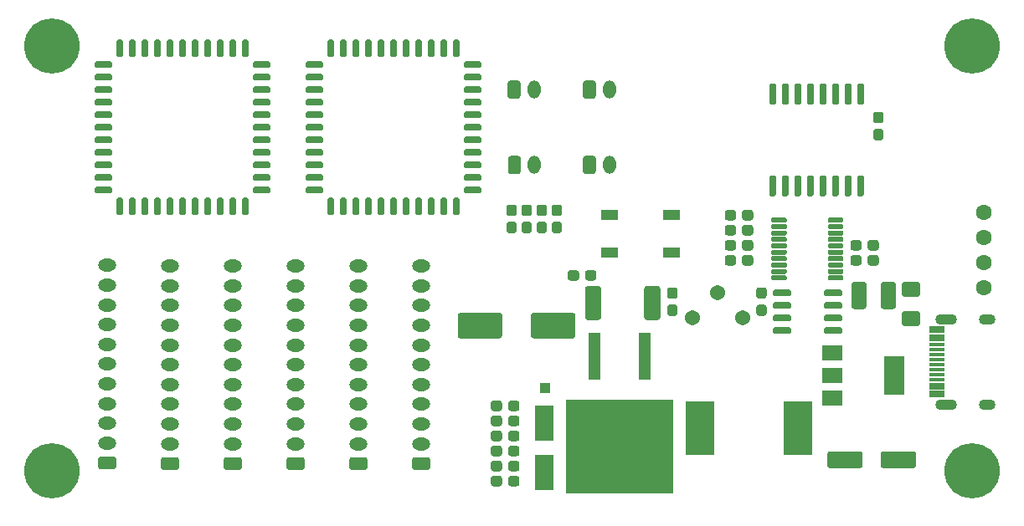
<source format=gbr>
%TF.GenerationSoftware,KiCad,Pcbnew,(5.1.6)-1*%
%TF.CreationDate,2021-01-29T14:11:21+08:00*%
%TF.ProjectId,STM32F0_Nixie_Clock,53544d33-3246-4305-9f4e-697869655f43,V3.0*%
%TF.SameCoordinates,Original*%
%TF.FileFunction,Soldermask,Top*%
%TF.FilePolarity,Negative*%
%FSLAX46Y46*%
G04 Gerber Fmt 4.6, Leading zero omitted, Abs format (unit mm)*
G04 Created by KiCad (PCBNEW (5.1.6)-1) date 2021-01-29 14:11:21*
%MOMM*%
%LPD*%
G01*
G04 APERTURE LIST*
%ADD10C,1.600000*%
%ADD11C,5.600000*%
%ADD12R,1.200000X4.700000*%
%ADD13R,10.900000X9.500000*%
%ADD14R,3.000000X5.500000*%
%ADD15O,1.850000X1.300000*%
%ADD16R,1.100000X1.100000*%
%ADD17C,1.540000*%
%ADD18O,1.700000X1.100000*%
%ADD19O,2.200000X1.100000*%
%ADD20R,1.550000X0.400000*%
%ADD21R,1.550000X0.700000*%
%ADD22O,1.300000X1.850000*%
%ADD23R,2.100000X3.900000*%
%ADD24R,2.100000X1.600000*%
%ADD25R,1.800000X1.100000*%
%ADD26R,1.900000X3.600000*%
G04 APERTURE END LIST*
%TO.C,C108*%
G36*
G01*
X193810500Y-94809000D02*
X193285500Y-94809000D01*
G75*
G02*
X193023000Y-94546500I0J262500D01*
G01*
X193023000Y-93921500D01*
G75*
G02*
X193285500Y-93659000I262500J0D01*
G01*
X193810500Y-93659000D01*
G75*
G02*
X194073000Y-93921500I0J-262500D01*
G01*
X194073000Y-94546500D01*
G75*
G02*
X193810500Y-94809000I-262500J0D01*
G01*
G37*
G36*
G01*
X193810500Y-96559000D02*
X193285500Y-96559000D01*
G75*
G02*
X193023000Y-96296500I0J262500D01*
G01*
X193023000Y-95671500D01*
G75*
G02*
X193285500Y-95409000I262500J0D01*
G01*
X193810500Y-95409000D01*
G75*
G02*
X194073000Y-95671500I0J-262500D01*
G01*
X194073000Y-96296500D01*
G75*
G02*
X193810500Y-96559000I-262500J0D01*
G01*
G37*
%TD*%
D10*
%TO.C,TP102*%
X204216000Y-111506000D03*
%TD*%
%TO.C,TP108*%
X204216000Y-103886000D03*
%TD*%
%TO.C,TP106*%
X204216000Y-106426000D03*
%TD*%
%TO.C,U101*%
G36*
G01*
X188442500Y-104765000D02*
X188442500Y-104515000D01*
G75*
G02*
X188567500Y-104390000I125000J0D01*
G01*
X189892500Y-104390000D01*
G75*
G02*
X190017500Y-104515000I0J-125000D01*
G01*
X190017500Y-104765000D01*
G75*
G02*
X189892500Y-104890000I-125000J0D01*
G01*
X188567500Y-104890000D01*
G75*
G02*
X188442500Y-104765000I0J125000D01*
G01*
G37*
G36*
G01*
X188442500Y-105415000D02*
X188442500Y-105165000D01*
G75*
G02*
X188567500Y-105040000I125000J0D01*
G01*
X189892500Y-105040000D01*
G75*
G02*
X190017500Y-105165000I0J-125000D01*
G01*
X190017500Y-105415000D01*
G75*
G02*
X189892500Y-105540000I-125000J0D01*
G01*
X188567500Y-105540000D01*
G75*
G02*
X188442500Y-105415000I0J125000D01*
G01*
G37*
G36*
G01*
X188442500Y-106065000D02*
X188442500Y-105815000D01*
G75*
G02*
X188567500Y-105690000I125000J0D01*
G01*
X189892500Y-105690000D01*
G75*
G02*
X190017500Y-105815000I0J-125000D01*
G01*
X190017500Y-106065000D01*
G75*
G02*
X189892500Y-106190000I-125000J0D01*
G01*
X188567500Y-106190000D01*
G75*
G02*
X188442500Y-106065000I0J125000D01*
G01*
G37*
G36*
G01*
X188442500Y-106715000D02*
X188442500Y-106465000D01*
G75*
G02*
X188567500Y-106340000I125000J0D01*
G01*
X189892500Y-106340000D01*
G75*
G02*
X190017500Y-106465000I0J-125000D01*
G01*
X190017500Y-106715000D01*
G75*
G02*
X189892500Y-106840000I-125000J0D01*
G01*
X188567500Y-106840000D01*
G75*
G02*
X188442500Y-106715000I0J125000D01*
G01*
G37*
G36*
G01*
X188442500Y-107365000D02*
X188442500Y-107115000D01*
G75*
G02*
X188567500Y-106990000I125000J0D01*
G01*
X189892500Y-106990000D01*
G75*
G02*
X190017500Y-107115000I0J-125000D01*
G01*
X190017500Y-107365000D01*
G75*
G02*
X189892500Y-107490000I-125000J0D01*
G01*
X188567500Y-107490000D01*
G75*
G02*
X188442500Y-107365000I0J125000D01*
G01*
G37*
G36*
G01*
X188442500Y-108015000D02*
X188442500Y-107765000D01*
G75*
G02*
X188567500Y-107640000I125000J0D01*
G01*
X189892500Y-107640000D01*
G75*
G02*
X190017500Y-107765000I0J-125000D01*
G01*
X190017500Y-108015000D01*
G75*
G02*
X189892500Y-108140000I-125000J0D01*
G01*
X188567500Y-108140000D01*
G75*
G02*
X188442500Y-108015000I0J125000D01*
G01*
G37*
G36*
G01*
X188442500Y-108665000D02*
X188442500Y-108415000D01*
G75*
G02*
X188567500Y-108290000I125000J0D01*
G01*
X189892500Y-108290000D01*
G75*
G02*
X190017500Y-108415000I0J-125000D01*
G01*
X190017500Y-108665000D01*
G75*
G02*
X189892500Y-108790000I-125000J0D01*
G01*
X188567500Y-108790000D01*
G75*
G02*
X188442500Y-108665000I0J125000D01*
G01*
G37*
G36*
G01*
X188442500Y-109315000D02*
X188442500Y-109065000D01*
G75*
G02*
X188567500Y-108940000I125000J0D01*
G01*
X189892500Y-108940000D01*
G75*
G02*
X190017500Y-109065000I0J-125000D01*
G01*
X190017500Y-109315000D01*
G75*
G02*
X189892500Y-109440000I-125000J0D01*
G01*
X188567500Y-109440000D01*
G75*
G02*
X188442500Y-109315000I0J125000D01*
G01*
G37*
G36*
G01*
X188442500Y-109965000D02*
X188442500Y-109715000D01*
G75*
G02*
X188567500Y-109590000I125000J0D01*
G01*
X189892500Y-109590000D01*
G75*
G02*
X190017500Y-109715000I0J-125000D01*
G01*
X190017500Y-109965000D01*
G75*
G02*
X189892500Y-110090000I-125000J0D01*
G01*
X188567500Y-110090000D01*
G75*
G02*
X188442500Y-109965000I0J125000D01*
G01*
G37*
G36*
G01*
X188442500Y-110615000D02*
X188442500Y-110365000D01*
G75*
G02*
X188567500Y-110240000I125000J0D01*
G01*
X189892500Y-110240000D01*
G75*
G02*
X190017500Y-110365000I0J-125000D01*
G01*
X190017500Y-110615000D01*
G75*
G02*
X189892500Y-110740000I-125000J0D01*
G01*
X188567500Y-110740000D01*
G75*
G02*
X188442500Y-110615000I0J125000D01*
G01*
G37*
G36*
G01*
X182717500Y-110615000D02*
X182717500Y-110365000D01*
G75*
G02*
X182842500Y-110240000I125000J0D01*
G01*
X184167500Y-110240000D01*
G75*
G02*
X184292500Y-110365000I0J-125000D01*
G01*
X184292500Y-110615000D01*
G75*
G02*
X184167500Y-110740000I-125000J0D01*
G01*
X182842500Y-110740000D01*
G75*
G02*
X182717500Y-110615000I0J125000D01*
G01*
G37*
G36*
G01*
X182717500Y-109965000D02*
X182717500Y-109715000D01*
G75*
G02*
X182842500Y-109590000I125000J0D01*
G01*
X184167500Y-109590000D01*
G75*
G02*
X184292500Y-109715000I0J-125000D01*
G01*
X184292500Y-109965000D01*
G75*
G02*
X184167500Y-110090000I-125000J0D01*
G01*
X182842500Y-110090000D01*
G75*
G02*
X182717500Y-109965000I0J125000D01*
G01*
G37*
G36*
G01*
X182717500Y-109315000D02*
X182717500Y-109065000D01*
G75*
G02*
X182842500Y-108940000I125000J0D01*
G01*
X184167500Y-108940000D01*
G75*
G02*
X184292500Y-109065000I0J-125000D01*
G01*
X184292500Y-109315000D01*
G75*
G02*
X184167500Y-109440000I-125000J0D01*
G01*
X182842500Y-109440000D01*
G75*
G02*
X182717500Y-109315000I0J125000D01*
G01*
G37*
G36*
G01*
X182717500Y-108665000D02*
X182717500Y-108415000D01*
G75*
G02*
X182842500Y-108290000I125000J0D01*
G01*
X184167500Y-108290000D01*
G75*
G02*
X184292500Y-108415000I0J-125000D01*
G01*
X184292500Y-108665000D01*
G75*
G02*
X184167500Y-108790000I-125000J0D01*
G01*
X182842500Y-108790000D01*
G75*
G02*
X182717500Y-108665000I0J125000D01*
G01*
G37*
G36*
G01*
X182717500Y-108015000D02*
X182717500Y-107765000D01*
G75*
G02*
X182842500Y-107640000I125000J0D01*
G01*
X184167500Y-107640000D01*
G75*
G02*
X184292500Y-107765000I0J-125000D01*
G01*
X184292500Y-108015000D01*
G75*
G02*
X184167500Y-108140000I-125000J0D01*
G01*
X182842500Y-108140000D01*
G75*
G02*
X182717500Y-108015000I0J125000D01*
G01*
G37*
G36*
G01*
X182717500Y-107365000D02*
X182717500Y-107115000D01*
G75*
G02*
X182842500Y-106990000I125000J0D01*
G01*
X184167500Y-106990000D01*
G75*
G02*
X184292500Y-107115000I0J-125000D01*
G01*
X184292500Y-107365000D01*
G75*
G02*
X184167500Y-107490000I-125000J0D01*
G01*
X182842500Y-107490000D01*
G75*
G02*
X182717500Y-107365000I0J125000D01*
G01*
G37*
G36*
G01*
X182717500Y-106715000D02*
X182717500Y-106465000D01*
G75*
G02*
X182842500Y-106340000I125000J0D01*
G01*
X184167500Y-106340000D01*
G75*
G02*
X184292500Y-106465000I0J-125000D01*
G01*
X184292500Y-106715000D01*
G75*
G02*
X184167500Y-106840000I-125000J0D01*
G01*
X182842500Y-106840000D01*
G75*
G02*
X182717500Y-106715000I0J125000D01*
G01*
G37*
G36*
G01*
X182717500Y-106065000D02*
X182717500Y-105815000D01*
G75*
G02*
X182842500Y-105690000I125000J0D01*
G01*
X184167500Y-105690000D01*
G75*
G02*
X184292500Y-105815000I0J-125000D01*
G01*
X184292500Y-106065000D01*
G75*
G02*
X184167500Y-106190000I-125000J0D01*
G01*
X182842500Y-106190000D01*
G75*
G02*
X182717500Y-106065000I0J125000D01*
G01*
G37*
G36*
G01*
X182717500Y-105415000D02*
X182717500Y-105165000D01*
G75*
G02*
X182842500Y-105040000I125000J0D01*
G01*
X184167500Y-105040000D01*
G75*
G02*
X184292500Y-105165000I0J-125000D01*
G01*
X184292500Y-105415000D01*
G75*
G02*
X184167500Y-105540000I-125000J0D01*
G01*
X182842500Y-105540000D01*
G75*
G02*
X182717500Y-105415000I0J125000D01*
G01*
G37*
G36*
G01*
X182717500Y-104765000D02*
X182717500Y-104515000D01*
G75*
G02*
X182842500Y-104390000I125000J0D01*
G01*
X184167500Y-104390000D01*
G75*
G02*
X184292500Y-104515000I0J-125000D01*
G01*
X184292500Y-104765000D01*
G75*
G02*
X184167500Y-104890000I-125000J0D01*
G01*
X182842500Y-104890000D01*
G75*
G02*
X182717500Y-104765000I0J125000D01*
G01*
G37*
%TD*%
%TO.C,U103*%
G36*
G01*
X191595000Y-90795000D02*
X191945000Y-90795000D01*
G75*
G02*
X192120000Y-90970000I0J-175000D01*
G01*
X192120000Y-92770000D01*
G75*
G02*
X191945000Y-92945000I-175000J0D01*
G01*
X191595000Y-92945000D01*
G75*
G02*
X191420000Y-92770000I0J175000D01*
G01*
X191420000Y-90970000D01*
G75*
G02*
X191595000Y-90795000I175000J0D01*
G01*
G37*
G36*
G01*
X190325000Y-90795000D02*
X190675000Y-90795000D01*
G75*
G02*
X190850000Y-90970000I0J-175000D01*
G01*
X190850000Y-92770000D01*
G75*
G02*
X190675000Y-92945000I-175000J0D01*
G01*
X190325000Y-92945000D01*
G75*
G02*
X190150000Y-92770000I0J175000D01*
G01*
X190150000Y-90970000D01*
G75*
G02*
X190325000Y-90795000I175000J0D01*
G01*
G37*
G36*
G01*
X189055000Y-90795000D02*
X189405000Y-90795000D01*
G75*
G02*
X189580000Y-90970000I0J-175000D01*
G01*
X189580000Y-92770000D01*
G75*
G02*
X189405000Y-92945000I-175000J0D01*
G01*
X189055000Y-92945000D01*
G75*
G02*
X188880000Y-92770000I0J175000D01*
G01*
X188880000Y-90970000D01*
G75*
G02*
X189055000Y-90795000I175000J0D01*
G01*
G37*
G36*
G01*
X187785000Y-90795000D02*
X188135000Y-90795000D01*
G75*
G02*
X188310000Y-90970000I0J-175000D01*
G01*
X188310000Y-92770000D01*
G75*
G02*
X188135000Y-92945000I-175000J0D01*
G01*
X187785000Y-92945000D01*
G75*
G02*
X187610000Y-92770000I0J175000D01*
G01*
X187610000Y-90970000D01*
G75*
G02*
X187785000Y-90795000I175000J0D01*
G01*
G37*
G36*
G01*
X186515000Y-90795000D02*
X186865000Y-90795000D01*
G75*
G02*
X187040000Y-90970000I0J-175000D01*
G01*
X187040000Y-92770000D01*
G75*
G02*
X186865000Y-92945000I-175000J0D01*
G01*
X186515000Y-92945000D01*
G75*
G02*
X186340000Y-92770000I0J175000D01*
G01*
X186340000Y-90970000D01*
G75*
G02*
X186515000Y-90795000I175000J0D01*
G01*
G37*
G36*
G01*
X185245000Y-90795000D02*
X185595000Y-90795000D01*
G75*
G02*
X185770000Y-90970000I0J-175000D01*
G01*
X185770000Y-92770000D01*
G75*
G02*
X185595000Y-92945000I-175000J0D01*
G01*
X185245000Y-92945000D01*
G75*
G02*
X185070000Y-92770000I0J175000D01*
G01*
X185070000Y-90970000D01*
G75*
G02*
X185245000Y-90795000I175000J0D01*
G01*
G37*
G36*
G01*
X183975000Y-90795000D02*
X184325000Y-90795000D01*
G75*
G02*
X184500000Y-90970000I0J-175000D01*
G01*
X184500000Y-92770000D01*
G75*
G02*
X184325000Y-92945000I-175000J0D01*
G01*
X183975000Y-92945000D01*
G75*
G02*
X183800000Y-92770000I0J175000D01*
G01*
X183800000Y-90970000D01*
G75*
G02*
X183975000Y-90795000I175000J0D01*
G01*
G37*
G36*
G01*
X182705000Y-90795000D02*
X183055000Y-90795000D01*
G75*
G02*
X183230000Y-90970000I0J-175000D01*
G01*
X183230000Y-92770000D01*
G75*
G02*
X183055000Y-92945000I-175000J0D01*
G01*
X182705000Y-92945000D01*
G75*
G02*
X182530000Y-92770000I0J175000D01*
G01*
X182530000Y-90970000D01*
G75*
G02*
X182705000Y-90795000I175000J0D01*
G01*
G37*
G36*
G01*
X182705000Y-100095000D02*
X183055000Y-100095000D01*
G75*
G02*
X183230000Y-100270000I0J-175000D01*
G01*
X183230000Y-102070000D01*
G75*
G02*
X183055000Y-102245000I-175000J0D01*
G01*
X182705000Y-102245000D01*
G75*
G02*
X182530000Y-102070000I0J175000D01*
G01*
X182530000Y-100270000D01*
G75*
G02*
X182705000Y-100095000I175000J0D01*
G01*
G37*
G36*
G01*
X183975000Y-100095000D02*
X184325000Y-100095000D01*
G75*
G02*
X184500000Y-100270000I0J-175000D01*
G01*
X184500000Y-102070000D01*
G75*
G02*
X184325000Y-102245000I-175000J0D01*
G01*
X183975000Y-102245000D01*
G75*
G02*
X183800000Y-102070000I0J175000D01*
G01*
X183800000Y-100270000D01*
G75*
G02*
X183975000Y-100095000I175000J0D01*
G01*
G37*
G36*
G01*
X185245000Y-100095000D02*
X185595000Y-100095000D01*
G75*
G02*
X185770000Y-100270000I0J-175000D01*
G01*
X185770000Y-102070000D01*
G75*
G02*
X185595000Y-102245000I-175000J0D01*
G01*
X185245000Y-102245000D01*
G75*
G02*
X185070000Y-102070000I0J175000D01*
G01*
X185070000Y-100270000D01*
G75*
G02*
X185245000Y-100095000I175000J0D01*
G01*
G37*
G36*
G01*
X186515000Y-100095000D02*
X186865000Y-100095000D01*
G75*
G02*
X187040000Y-100270000I0J-175000D01*
G01*
X187040000Y-102070000D01*
G75*
G02*
X186865000Y-102245000I-175000J0D01*
G01*
X186515000Y-102245000D01*
G75*
G02*
X186340000Y-102070000I0J175000D01*
G01*
X186340000Y-100270000D01*
G75*
G02*
X186515000Y-100095000I175000J0D01*
G01*
G37*
G36*
G01*
X187785000Y-100095000D02*
X188135000Y-100095000D01*
G75*
G02*
X188310000Y-100270000I0J-175000D01*
G01*
X188310000Y-102070000D01*
G75*
G02*
X188135000Y-102245000I-175000J0D01*
G01*
X187785000Y-102245000D01*
G75*
G02*
X187610000Y-102070000I0J175000D01*
G01*
X187610000Y-100270000D01*
G75*
G02*
X187785000Y-100095000I175000J0D01*
G01*
G37*
G36*
G01*
X189055000Y-100095000D02*
X189405000Y-100095000D01*
G75*
G02*
X189580000Y-100270000I0J-175000D01*
G01*
X189580000Y-102070000D01*
G75*
G02*
X189405000Y-102245000I-175000J0D01*
G01*
X189055000Y-102245000D01*
G75*
G02*
X188880000Y-102070000I0J175000D01*
G01*
X188880000Y-100270000D01*
G75*
G02*
X189055000Y-100095000I175000J0D01*
G01*
G37*
G36*
G01*
X190325000Y-100095000D02*
X190675000Y-100095000D01*
G75*
G02*
X190850000Y-100270000I0J-175000D01*
G01*
X190850000Y-102070000D01*
G75*
G02*
X190675000Y-102245000I-175000J0D01*
G01*
X190325000Y-102245000D01*
G75*
G02*
X190150000Y-102070000I0J175000D01*
G01*
X190150000Y-100270000D01*
G75*
G02*
X190325000Y-100095000I175000J0D01*
G01*
G37*
G36*
G01*
X191595000Y-100095000D02*
X191945000Y-100095000D01*
G75*
G02*
X192120000Y-100270000I0J-175000D01*
G01*
X192120000Y-102070000D01*
G75*
G02*
X191945000Y-102245000I-175000J0D01*
G01*
X191595000Y-102245000D01*
G75*
G02*
X191420000Y-102070000I0J175000D01*
G01*
X191420000Y-100270000D01*
G75*
G02*
X191595000Y-100095000I175000J0D01*
G01*
G37*
%TD*%
%TO.C,U106*%
G36*
G01*
X145446000Y-87975000D02*
X145446000Y-86525000D01*
G75*
G02*
X145621000Y-86350000I175000J0D01*
G01*
X145971000Y-86350000D01*
G75*
G02*
X146146000Y-86525000I0J-175000D01*
G01*
X146146000Y-87975000D01*
G75*
G02*
X145971000Y-88150000I-175000J0D01*
G01*
X145621000Y-88150000D01*
G75*
G02*
X145446000Y-87975000I0J175000D01*
G01*
G37*
G36*
G01*
X146716000Y-87975000D02*
X146716000Y-86525000D01*
G75*
G02*
X146891000Y-86350000I175000J0D01*
G01*
X147241000Y-86350000D01*
G75*
G02*
X147416000Y-86525000I0J-175000D01*
G01*
X147416000Y-87975000D01*
G75*
G02*
X147241000Y-88150000I-175000J0D01*
G01*
X146891000Y-88150000D01*
G75*
G02*
X146716000Y-87975000I0J175000D01*
G01*
G37*
G36*
G01*
X147986000Y-87975000D02*
X147986000Y-86525000D01*
G75*
G02*
X148161000Y-86350000I175000J0D01*
G01*
X148511000Y-86350000D01*
G75*
G02*
X148686000Y-86525000I0J-175000D01*
G01*
X148686000Y-87975000D01*
G75*
G02*
X148511000Y-88150000I-175000J0D01*
G01*
X148161000Y-88150000D01*
G75*
G02*
X147986000Y-87975000I0J175000D01*
G01*
G37*
G36*
G01*
X149256000Y-87975000D02*
X149256000Y-86525000D01*
G75*
G02*
X149431000Y-86350000I175000J0D01*
G01*
X149781000Y-86350000D01*
G75*
G02*
X149956000Y-86525000I0J-175000D01*
G01*
X149956000Y-87975000D01*
G75*
G02*
X149781000Y-88150000I-175000J0D01*
G01*
X149431000Y-88150000D01*
G75*
G02*
X149256000Y-87975000I0J175000D01*
G01*
G37*
G36*
G01*
X150526000Y-87975000D02*
X150526000Y-86525000D01*
G75*
G02*
X150701000Y-86350000I175000J0D01*
G01*
X151051000Y-86350000D01*
G75*
G02*
X151226000Y-86525000I0J-175000D01*
G01*
X151226000Y-87975000D01*
G75*
G02*
X151051000Y-88150000I-175000J0D01*
G01*
X150701000Y-88150000D01*
G75*
G02*
X150526000Y-87975000I0J175000D01*
G01*
G37*
G36*
G01*
X151626000Y-89075000D02*
X151626000Y-88725000D01*
G75*
G02*
X151801000Y-88550000I175000J0D01*
G01*
X153251000Y-88550000D01*
G75*
G02*
X153426000Y-88725000I0J-175000D01*
G01*
X153426000Y-89075000D01*
G75*
G02*
X153251000Y-89250000I-175000J0D01*
G01*
X151801000Y-89250000D01*
G75*
G02*
X151626000Y-89075000I0J175000D01*
G01*
G37*
G36*
G01*
X151626000Y-90345000D02*
X151626000Y-89995000D01*
G75*
G02*
X151801000Y-89820000I175000J0D01*
G01*
X153251000Y-89820000D01*
G75*
G02*
X153426000Y-89995000I0J-175000D01*
G01*
X153426000Y-90345000D01*
G75*
G02*
X153251000Y-90520000I-175000J0D01*
G01*
X151801000Y-90520000D01*
G75*
G02*
X151626000Y-90345000I0J175000D01*
G01*
G37*
G36*
G01*
X151626000Y-91615000D02*
X151626000Y-91265000D01*
G75*
G02*
X151801000Y-91090000I175000J0D01*
G01*
X153251000Y-91090000D01*
G75*
G02*
X153426000Y-91265000I0J-175000D01*
G01*
X153426000Y-91615000D01*
G75*
G02*
X153251000Y-91790000I-175000J0D01*
G01*
X151801000Y-91790000D01*
G75*
G02*
X151626000Y-91615000I0J175000D01*
G01*
G37*
G36*
G01*
X151626000Y-92885000D02*
X151626000Y-92535000D01*
G75*
G02*
X151801000Y-92360000I175000J0D01*
G01*
X153251000Y-92360000D01*
G75*
G02*
X153426000Y-92535000I0J-175000D01*
G01*
X153426000Y-92885000D01*
G75*
G02*
X153251000Y-93060000I-175000J0D01*
G01*
X151801000Y-93060000D01*
G75*
G02*
X151626000Y-92885000I0J175000D01*
G01*
G37*
G36*
G01*
X151626000Y-94155000D02*
X151626000Y-93805000D01*
G75*
G02*
X151801000Y-93630000I175000J0D01*
G01*
X153251000Y-93630000D01*
G75*
G02*
X153426000Y-93805000I0J-175000D01*
G01*
X153426000Y-94155000D01*
G75*
G02*
X153251000Y-94330000I-175000J0D01*
G01*
X151801000Y-94330000D01*
G75*
G02*
X151626000Y-94155000I0J175000D01*
G01*
G37*
G36*
G01*
X151626000Y-95425000D02*
X151626000Y-95075000D01*
G75*
G02*
X151801000Y-94900000I175000J0D01*
G01*
X153251000Y-94900000D01*
G75*
G02*
X153426000Y-95075000I0J-175000D01*
G01*
X153426000Y-95425000D01*
G75*
G02*
X153251000Y-95600000I-175000J0D01*
G01*
X151801000Y-95600000D01*
G75*
G02*
X151626000Y-95425000I0J175000D01*
G01*
G37*
G36*
G01*
X151626000Y-96695000D02*
X151626000Y-96345000D01*
G75*
G02*
X151801000Y-96170000I175000J0D01*
G01*
X153251000Y-96170000D01*
G75*
G02*
X153426000Y-96345000I0J-175000D01*
G01*
X153426000Y-96695000D01*
G75*
G02*
X153251000Y-96870000I-175000J0D01*
G01*
X151801000Y-96870000D01*
G75*
G02*
X151626000Y-96695000I0J175000D01*
G01*
G37*
G36*
G01*
X151626000Y-97965000D02*
X151626000Y-97615000D01*
G75*
G02*
X151801000Y-97440000I175000J0D01*
G01*
X153251000Y-97440000D01*
G75*
G02*
X153426000Y-97615000I0J-175000D01*
G01*
X153426000Y-97965000D01*
G75*
G02*
X153251000Y-98140000I-175000J0D01*
G01*
X151801000Y-98140000D01*
G75*
G02*
X151626000Y-97965000I0J175000D01*
G01*
G37*
G36*
G01*
X151626000Y-99235000D02*
X151626000Y-98885000D01*
G75*
G02*
X151801000Y-98710000I175000J0D01*
G01*
X153251000Y-98710000D01*
G75*
G02*
X153426000Y-98885000I0J-175000D01*
G01*
X153426000Y-99235000D01*
G75*
G02*
X153251000Y-99410000I-175000J0D01*
G01*
X151801000Y-99410000D01*
G75*
G02*
X151626000Y-99235000I0J175000D01*
G01*
G37*
G36*
G01*
X151626000Y-100505000D02*
X151626000Y-100155000D01*
G75*
G02*
X151801000Y-99980000I175000J0D01*
G01*
X153251000Y-99980000D01*
G75*
G02*
X153426000Y-100155000I0J-175000D01*
G01*
X153426000Y-100505000D01*
G75*
G02*
X153251000Y-100680000I-175000J0D01*
G01*
X151801000Y-100680000D01*
G75*
G02*
X151626000Y-100505000I0J175000D01*
G01*
G37*
G36*
G01*
X151626000Y-101775000D02*
X151626000Y-101425000D01*
G75*
G02*
X151801000Y-101250000I175000J0D01*
G01*
X153251000Y-101250000D01*
G75*
G02*
X153426000Y-101425000I0J-175000D01*
G01*
X153426000Y-101775000D01*
G75*
G02*
X153251000Y-101950000I-175000J0D01*
G01*
X151801000Y-101950000D01*
G75*
G02*
X151626000Y-101775000I0J175000D01*
G01*
G37*
G36*
G01*
X150526000Y-103975000D02*
X150526000Y-102525000D01*
G75*
G02*
X150701000Y-102350000I175000J0D01*
G01*
X151051000Y-102350000D01*
G75*
G02*
X151226000Y-102525000I0J-175000D01*
G01*
X151226000Y-103975000D01*
G75*
G02*
X151051000Y-104150000I-175000J0D01*
G01*
X150701000Y-104150000D01*
G75*
G02*
X150526000Y-103975000I0J175000D01*
G01*
G37*
G36*
G01*
X149256000Y-103975000D02*
X149256000Y-102525000D01*
G75*
G02*
X149431000Y-102350000I175000J0D01*
G01*
X149781000Y-102350000D01*
G75*
G02*
X149956000Y-102525000I0J-175000D01*
G01*
X149956000Y-103975000D01*
G75*
G02*
X149781000Y-104150000I-175000J0D01*
G01*
X149431000Y-104150000D01*
G75*
G02*
X149256000Y-103975000I0J175000D01*
G01*
G37*
G36*
G01*
X147986000Y-103975000D02*
X147986000Y-102525000D01*
G75*
G02*
X148161000Y-102350000I175000J0D01*
G01*
X148511000Y-102350000D01*
G75*
G02*
X148686000Y-102525000I0J-175000D01*
G01*
X148686000Y-103975000D01*
G75*
G02*
X148511000Y-104150000I-175000J0D01*
G01*
X148161000Y-104150000D01*
G75*
G02*
X147986000Y-103975000I0J175000D01*
G01*
G37*
G36*
G01*
X146716000Y-103975000D02*
X146716000Y-102525000D01*
G75*
G02*
X146891000Y-102350000I175000J0D01*
G01*
X147241000Y-102350000D01*
G75*
G02*
X147416000Y-102525000I0J-175000D01*
G01*
X147416000Y-103975000D01*
G75*
G02*
X147241000Y-104150000I-175000J0D01*
G01*
X146891000Y-104150000D01*
G75*
G02*
X146716000Y-103975000I0J175000D01*
G01*
G37*
G36*
G01*
X145446000Y-103975000D02*
X145446000Y-102525000D01*
G75*
G02*
X145621000Y-102350000I175000J0D01*
G01*
X145971000Y-102350000D01*
G75*
G02*
X146146000Y-102525000I0J-175000D01*
G01*
X146146000Y-103975000D01*
G75*
G02*
X145971000Y-104150000I-175000J0D01*
G01*
X145621000Y-104150000D01*
G75*
G02*
X145446000Y-103975000I0J175000D01*
G01*
G37*
G36*
G01*
X144176000Y-103975000D02*
X144176000Y-102525000D01*
G75*
G02*
X144351000Y-102350000I175000J0D01*
G01*
X144701000Y-102350000D01*
G75*
G02*
X144876000Y-102525000I0J-175000D01*
G01*
X144876000Y-103975000D01*
G75*
G02*
X144701000Y-104150000I-175000J0D01*
G01*
X144351000Y-104150000D01*
G75*
G02*
X144176000Y-103975000I0J175000D01*
G01*
G37*
G36*
G01*
X142906000Y-103975000D02*
X142906000Y-102525000D01*
G75*
G02*
X143081000Y-102350000I175000J0D01*
G01*
X143431000Y-102350000D01*
G75*
G02*
X143606000Y-102525000I0J-175000D01*
G01*
X143606000Y-103975000D01*
G75*
G02*
X143431000Y-104150000I-175000J0D01*
G01*
X143081000Y-104150000D01*
G75*
G02*
X142906000Y-103975000I0J175000D01*
G01*
G37*
G36*
G01*
X141636000Y-103975000D02*
X141636000Y-102525000D01*
G75*
G02*
X141811000Y-102350000I175000J0D01*
G01*
X142161000Y-102350000D01*
G75*
G02*
X142336000Y-102525000I0J-175000D01*
G01*
X142336000Y-103975000D01*
G75*
G02*
X142161000Y-104150000I-175000J0D01*
G01*
X141811000Y-104150000D01*
G75*
G02*
X141636000Y-103975000I0J175000D01*
G01*
G37*
G36*
G01*
X140366000Y-103975000D02*
X140366000Y-102525000D01*
G75*
G02*
X140541000Y-102350000I175000J0D01*
G01*
X140891000Y-102350000D01*
G75*
G02*
X141066000Y-102525000I0J-175000D01*
G01*
X141066000Y-103975000D01*
G75*
G02*
X140891000Y-104150000I-175000J0D01*
G01*
X140541000Y-104150000D01*
G75*
G02*
X140366000Y-103975000I0J175000D01*
G01*
G37*
G36*
G01*
X139096000Y-103975000D02*
X139096000Y-102525000D01*
G75*
G02*
X139271000Y-102350000I175000J0D01*
G01*
X139621000Y-102350000D01*
G75*
G02*
X139796000Y-102525000I0J-175000D01*
G01*
X139796000Y-103975000D01*
G75*
G02*
X139621000Y-104150000I-175000J0D01*
G01*
X139271000Y-104150000D01*
G75*
G02*
X139096000Y-103975000I0J175000D01*
G01*
G37*
G36*
G01*
X137826000Y-103975000D02*
X137826000Y-102525000D01*
G75*
G02*
X138001000Y-102350000I175000J0D01*
G01*
X138351000Y-102350000D01*
G75*
G02*
X138526000Y-102525000I0J-175000D01*
G01*
X138526000Y-103975000D01*
G75*
G02*
X138351000Y-104150000I-175000J0D01*
G01*
X138001000Y-104150000D01*
G75*
G02*
X137826000Y-103975000I0J175000D01*
G01*
G37*
G36*
G01*
X135626000Y-101775000D02*
X135626000Y-101425000D01*
G75*
G02*
X135801000Y-101250000I175000J0D01*
G01*
X137251000Y-101250000D01*
G75*
G02*
X137426000Y-101425000I0J-175000D01*
G01*
X137426000Y-101775000D01*
G75*
G02*
X137251000Y-101950000I-175000J0D01*
G01*
X135801000Y-101950000D01*
G75*
G02*
X135626000Y-101775000I0J175000D01*
G01*
G37*
G36*
G01*
X135626000Y-100505000D02*
X135626000Y-100155000D01*
G75*
G02*
X135801000Y-99980000I175000J0D01*
G01*
X137251000Y-99980000D01*
G75*
G02*
X137426000Y-100155000I0J-175000D01*
G01*
X137426000Y-100505000D01*
G75*
G02*
X137251000Y-100680000I-175000J0D01*
G01*
X135801000Y-100680000D01*
G75*
G02*
X135626000Y-100505000I0J175000D01*
G01*
G37*
G36*
G01*
X135626000Y-99235000D02*
X135626000Y-98885000D01*
G75*
G02*
X135801000Y-98710000I175000J0D01*
G01*
X137251000Y-98710000D01*
G75*
G02*
X137426000Y-98885000I0J-175000D01*
G01*
X137426000Y-99235000D01*
G75*
G02*
X137251000Y-99410000I-175000J0D01*
G01*
X135801000Y-99410000D01*
G75*
G02*
X135626000Y-99235000I0J175000D01*
G01*
G37*
G36*
G01*
X135626000Y-97965000D02*
X135626000Y-97615000D01*
G75*
G02*
X135801000Y-97440000I175000J0D01*
G01*
X137251000Y-97440000D01*
G75*
G02*
X137426000Y-97615000I0J-175000D01*
G01*
X137426000Y-97965000D01*
G75*
G02*
X137251000Y-98140000I-175000J0D01*
G01*
X135801000Y-98140000D01*
G75*
G02*
X135626000Y-97965000I0J175000D01*
G01*
G37*
G36*
G01*
X135626000Y-96695000D02*
X135626000Y-96345000D01*
G75*
G02*
X135801000Y-96170000I175000J0D01*
G01*
X137251000Y-96170000D01*
G75*
G02*
X137426000Y-96345000I0J-175000D01*
G01*
X137426000Y-96695000D01*
G75*
G02*
X137251000Y-96870000I-175000J0D01*
G01*
X135801000Y-96870000D01*
G75*
G02*
X135626000Y-96695000I0J175000D01*
G01*
G37*
G36*
G01*
X135626000Y-95425000D02*
X135626000Y-95075000D01*
G75*
G02*
X135801000Y-94900000I175000J0D01*
G01*
X137251000Y-94900000D01*
G75*
G02*
X137426000Y-95075000I0J-175000D01*
G01*
X137426000Y-95425000D01*
G75*
G02*
X137251000Y-95600000I-175000J0D01*
G01*
X135801000Y-95600000D01*
G75*
G02*
X135626000Y-95425000I0J175000D01*
G01*
G37*
G36*
G01*
X135626000Y-94155000D02*
X135626000Y-93805000D01*
G75*
G02*
X135801000Y-93630000I175000J0D01*
G01*
X137251000Y-93630000D01*
G75*
G02*
X137426000Y-93805000I0J-175000D01*
G01*
X137426000Y-94155000D01*
G75*
G02*
X137251000Y-94330000I-175000J0D01*
G01*
X135801000Y-94330000D01*
G75*
G02*
X135626000Y-94155000I0J175000D01*
G01*
G37*
G36*
G01*
X135626000Y-92885000D02*
X135626000Y-92535000D01*
G75*
G02*
X135801000Y-92360000I175000J0D01*
G01*
X137251000Y-92360000D01*
G75*
G02*
X137426000Y-92535000I0J-175000D01*
G01*
X137426000Y-92885000D01*
G75*
G02*
X137251000Y-93060000I-175000J0D01*
G01*
X135801000Y-93060000D01*
G75*
G02*
X135626000Y-92885000I0J175000D01*
G01*
G37*
G36*
G01*
X135626000Y-91615000D02*
X135626000Y-91265000D01*
G75*
G02*
X135801000Y-91090000I175000J0D01*
G01*
X137251000Y-91090000D01*
G75*
G02*
X137426000Y-91265000I0J-175000D01*
G01*
X137426000Y-91615000D01*
G75*
G02*
X137251000Y-91790000I-175000J0D01*
G01*
X135801000Y-91790000D01*
G75*
G02*
X135626000Y-91615000I0J175000D01*
G01*
G37*
G36*
G01*
X135626000Y-90345000D02*
X135626000Y-89995000D01*
G75*
G02*
X135801000Y-89820000I175000J0D01*
G01*
X137251000Y-89820000D01*
G75*
G02*
X137426000Y-89995000I0J-175000D01*
G01*
X137426000Y-90345000D01*
G75*
G02*
X137251000Y-90520000I-175000J0D01*
G01*
X135801000Y-90520000D01*
G75*
G02*
X135626000Y-90345000I0J175000D01*
G01*
G37*
G36*
G01*
X135626000Y-89075000D02*
X135626000Y-88725000D01*
G75*
G02*
X135801000Y-88550000I175000J0D01*
G01*
X137251000Y-88550000D01*
G75*
G02*
X137426000Y-88725000I0J-175000D01*
G01*
X137426000Y-89075000D01*
G75*
G02*
X137251000Y-89250000I-175000J0D01*
G01*
X135801000Y-89250000D01*
G75*
G02*
X135626000Y-89075000I0J175000D01*
G01*
G37*
G36*
G01*
X137826000Y-87975000D02*
X137826000Y-86525000D01*
G75*
G02*
X138001000Y-86350000I175000J0D01*
G01*
X138351000Y-86350000D01*
G75*
G02*
X138526000Y-86525000I0J-175000D01*
G01*
X138526000Y-87975000D01*
G75*
G02*
X138351000Y-88150000I-175000J0D01*
G01*
X138001000Y-88150000D01*
G75*
G02*
X137826000Y-87975000I0J175000D01*
G01*
G37*
G36*
G01*
X139096000Y-87975000D02*
X139096000Y-86525000D01*
G75*
G02*
X139271000Y-86350000I175000J0D01*
G01*
X139621000Y-86350000D01*
G75*
G02*
X139796000Y-86525000I0J-175000D01*
G01*
X139796000Y-87975000D01*
G75*
G02*
X139621000Y-88150000I-175000J0D01*
G01*
X139271000Y-88150000D01*
G75*
G02*
X139096000Y-87975000I0J175000D01*
G01*
G37*
G36*
G01*
X140366000Y-87975000D02*
X140366000Y-86525000D01*
G75*
G02*
X140541000Y-86350000I175000J0D01*
G01*
X140891000Y-86350000D01*
G75*
G02*
X141066000Y-86525000I0J-175000D01*
G01*
X141066000Y-87975000D01*
G75*
G02*
X140891000Y-88150000I-175000J0D01*
G01*
X140541000Y-88150000D01*
G75*
G02*
X140366000Y-87975000I0J175000D01*
G01*
G37*
G36*
G01*
X141636000Y-87975000D02*
X141636000Y-86525000D01*
G75*
G02*
X141811000Y-86350000I175000J0D01*
G01*
X142161000Y-86350000D01*
G75*
G02*
X142336000Y-86525000I0J-175000D01*
G01*
X142336000Y-87975000D01*
G75*
G02*
X142161000Y-88150000I-175000J0D01*
G01*
X141811000Y-88150000D01*
G75*
G02*
X141636000Y-87975000I0J175000D01*
G01*
G37*
G36*
G01*
X142906000Y-87975000D02*
X142906000Y-86525000D01*
G75*
G02*
X143081000Y-86350000I175000J0D01*
G01*
X143431000Y-86350000D01*
G75*
G02*
X143606000Y-86525000I0J-175000D01*
G01*
X143606000Y-87975000D01*
G75*
G02*
X143431000Y-88150000I-175000J0D01*
G01*
X143081000Y-88150000D01*
G75*
G02*
X142906000Y-87975000I0J175000D01*
G01*
G37*
G36*
G01*
X144176000Y-87975000D02*
X144176000Y-86525000D01*
G75*
G02*
X144351000Y-86350000I175000J0D01*
G01*
X144701000Y-86350000D01*
G75*
G02*
X144876000Y-86525000I0J-175000D01*
G01*
X144876000Y-87975000D01*
G75*
G02*
X144701000Y-88150000I-175000J0D01*
G01*
X144351000Y-88150000D01*
G75*
G02*
X144176000Y-87975000I0J175000D01*
G01*
G37*
%TD*%
D11*
%TO.C,H101*%
X110000000Y-87000000D03*
%TD*%
%TO.C,H102*%
X203000000Y-87000000D03*
%TD*%
%TO.C,H104*%
X203000000Y-130000000D03*
%TD*%
%TO.C,H103*%
X110000000Y-130000000D03*
%TD*%
D12*
%TO.C,Q101*%
X169926000Y-118431000D03*
X164846000Y-118431000D03*
D13*
X167386000Y-127581000D03*
%TD*%
D14*
%TO.C,L101*%
X175520000Y-125730000D03*
X185420000Y-125730000D03*
%TD*%
%TO.C,C106*%
G36*
G01*
X188380000Y-129489375D02*
X188380000Y-128320625D01*
G75*
G02*
X188645625Y-128055000I265625J0D01*
G01*
X191714375Y-128055000D01*
G75*
G02*
X191980000Y-128320625I0J-265625D01*
G01*
X191980000Y-129489375D01*
G75*
G02*
X191714375Y-129755000I-265625J0D01*
G01*
X188645625Y-129755000D01*
G75*
G02*
X188380000Y-129489375I0J265625D01*
G01*
G37*
G36*
G01*
X193780000Y-129489375D02*
X193780000Y-128320625D01*
G75*
G02*
X194045625Y-128055000I265625J0D01*
G01*
X197114375Y-128055000D01*
G75*
G02*
X197380000Y-128320625I0J-265625D01*
G01*
X197380000Y-129489375D01*
G75*
G02*
X197114375Y-129755000I-265625J0D01*
G01*
X194045625Y-129755000D01*
G75*
G02*
X193780000Y-129489375I0J265625D01*
G01*
G37*
%TD*%
%TO.C,R117*%
G36*
G01*
X161298500Y-104207000D02*
X160773500Y-104207000D01*
G75*
G02*
X160511000Y-103944500I0J262500D01*
G01*
X160511000Y-103319500D01*
G75*
G02*
X160773500Y-103057000I262500J0D01*
G01*
X161298500Y-103057000D01*
G75*
G02*
X161561000Y-103319500I0J-262500D01*
G01*
X161561000Y-103944500D01*
G75*
G02*
X161298500Y-104207000I-262500J0D01*
G01*
G37*
G36*
G01*
X161298500Y-105957000D02*
X160773500Y-105957000D01*
G75*
G02*
X160511000Y-105694500I0J262500D01*
G01*
X160511000Y-105069500D01*
G75*
G02*
X160773500Y-104807000I262500J0D01*
G01*
X161298500Y-104807000D01*
G75*
G02*
X161561000Y-105069500I0J-262500D01*
G01*
X161561000Y-105694500D01*
G75*
G02*
X161298500Y-105957000I-262500J0D01*
G01*
G37*
%TD*%
%TO.C,R116*%
G36*
G01*
X159774500Y-104207000D02*
X159249500Y-104207000D01*
G75*
G02*
X158987000Y-103944500I0J262500D01*
G01*
X158987000Y-103319500D01*
G75*
G02*
X159249500Y-103057000I262500J0D01*
G01*
X159774500Y-103057000D01*
G75*
G02*
X160037000Y-103319500I0J-262500D01*
G01*
X160037000Y-103944500D01*
G75*
G02*
X159774500Y-104207000I-262500J0D01*
G01*
G37*
G36*
G01*
X159774500Y-105957000D02*
X159249500Y-105957000D01*
G75*
G02*
X158987000Y-105694500I0J262500D01*
G01*
X158987000Y-105069500D01*
G75*
G02*
X159249500Y-104807000I262500J0D01*
G01*
X159774500Y-104807000D01*
G75*
G02*
X160037000Y-105069500I0J-262500D01*
G01*
X160037000Y-105694500D01*
G75*
G02*
X159774500Y-105957000I-262500J0D01*
G01*
G37*
%TD*%
%TO.C,R115*%
G36*
G01*
X158250500Y-104207000D02*
X157725500Y-104207000D01*
G75*
G02*
X157463000Y-103944500I0J262500D01*
G01*
X157463000Y-103319500D01*
G75*
G02*
X157725500Y-103057000I262500J0D01*
G01*
X158250500Y-103057000D01*
G75*
G02*
X158513000Y-103319500I0J-262500D01*
G01*
X158513000Y-103944500D01*
G75*
G02*
X158250500Y-104207000I-262500J0D01*
G01*
G37*
G36*
G01*
X158250500Y-105957000D02*
X157725500Y-105957000D01*
G75*
G02*
X157463000Y-105694500I0J262500D01*
G01*
X157463000Y-105069500D01*
G75*
G02*
X157725500Y-104807000I262500J0D01*
G01*
X158250500Y-104807000D01*
G75*
G02*
X158513000Y-105069500I0J-262500D01*
G01*
X158513000Y-105694500D01*
G75*
G02*
X158250500Y-105957000I-262500J0D01*
G01*
G37*
%TD*%
%TO.C,R114*%
G36*
G01*
X156726500Y-104207000D02*
X156201500Y-104207000D01*
G75*
G02*
X155939000Y-103944500I0J262500D01*
G01*
X155939000Y-103319500D01*
G75*
G02*
X156201500Y-103057000I262500J0D01*
G01*
X156726500Y-103057000D01*
G75*
G02*
X156989000Y-103319500I0J-262500D01*
G01*
X156989000Y-103944500D01*
G75*
G02*
X156726500Y-104207000I-262500J0D01*
G01*
G37*
G36*
G01*
X156726500Y-105957000D02*
X156201500Y-105957000D01*
G75*
G02*
X155939000Y-105694500I0J262500D01*
G01*
X155939000Y-105069500D01*
G75*
G02*
X156201500Y-104807000I262500J0D01*
G01*
X156726500Y-104807000D01*
G75*
G02*
X156989000Y-105069500I0J-262500D01*
G01*
X156989000Y-105694500D01*
G75*
G02*
X156726500Y-105957000I-262500J0D01*
G01*
G37*
%TD*%
%TO.C,R113*%
G36*
G01*
X155515000Y-123181500D02*
X155515000Y-123706500D01*
G75*
G02*
X155252500Y-123969000I-262500J0D01*
G01*
X154627500Y-123969000D01*
G75*
G02*
X154365000Y-123706500I0J262500D01*
G01*
X154365000Y-123181500D01*
G75*
G02*
X154627500Y-122919000I262500J0D01*
G01*
X155252500Y-122919000D01*
G75*
G02*
X155515000Y-123181500I0J-262500D01*
G01*
G37*
G36*
G01*
X157265000Y-123181500D02*
X157265000Y-123706500D01*
G75*
G02*
X157002500Y-123969000I-262500J0D01*
G01*
X156377500Y-123969000D01*
G75*
G02*
X156115000Y-123706500I0J262500D01*
G01*
X156115000Y-123181500D01*
G75*
G02*
X156377500Y-122919000I262500J0D01*
G01*
X157002500Y-122919000D01*
G75*
G02*
X157265000Y-123181500I0J-262500D01*
G01*
G37*
%TD*%
%TO.C,R112*%
G36*
G01*
X155515000Y-124705500D02*
X155515000Y-125230500D01*
G75*
G02*
X155252500Y-125493000I-262500J0D01*
G01*
X154627500Y-125493000D01*
G75*
G02*
X154365000Y-125230500I0J262500D01*
G01*
X154365000Y-124705500D01*
G75*
G02*
X154627500Y-124443000I262500J0D01*
G01*
X155252500Y-124443000D01*
G75*
G02*
X155515000Y-124705500I0J-262500D01*
G01*
G37*
G36*
G01*
X157265000Y-124705500D02*
X157265000Y-125230500D01*
G75*
G02*
X157002500Y-125493000I-262500J0D01*
G01*
X156377500Y-125493000D01*
G75*
G02*
X156115000Y-125230500I0J262500D01*
G01*
X156115000Y-124705500D01*
G75*
G02*
X156377500Y-124443000I262500J0D01*
G01*
X157002500Y-124443000D01*
G75*
G02*
X157265000Y-124705500I0J-262500D01*
G01*
G37*
%TD*%
%TO.C,R111*%
G36*
G01*
X155515000Y-126229500D02*
X155515000Y-126754500D01*
G75*
G02*
X155252500Y-127017000I-262500J0D01*
G01*
X154627500Y-127017000D01*
G75*
G02*
X154365000Y-126754500I0J262500D01*
G01*
X154365000Y-126229500D01*
G75*
G02*
X154627500Y-125967000I262500J0D01*
G01*
X155252500Y-125967000D01*
G75*
G02*
X155515000Y-126229500I0J-262500D01*
G01*
G37*
G36*
G01*
X157265000Y-126229500D02*
X157265000Y-126754500D01*
G75*
G02*
X157002500Y-127017000I-262500J0D01*
G01*
X156377500Y-127017000D01*
G75*
G02*
X156115000Y-126754500I0J262500D01*
G01*
X156115000Y-126229500D01*
G75*
G02*
X156377500Y-125967000I262500J0D01*
G01*
X157002500Y-125967000D01*
G75*
G02*
X157265000Y-126229500I0J-262500D01*
G01*
G37*
%TD*%
%TO.C,R110*%
G36*
G01*
X155515000Y-127753500D02*
X155515000Y-128278500D01*
G75*
G02*
X155252500Y-128541000I-262500J0D01*
G01*
X154627500Y-128541000D01*
G75*
G02*
X154365000Y-128278500I0J262500D01*
G01*
X154365000Y-127753500D01*
G75*
G02*
X154627500Y-127491000I262500J0D01*
G01*
X155252500Y-127491000D01*
G75*
G02*
X155515000Y-127753500I0J-262500D01*
G01*
G37*
G36*
G01*
X157265000Y-127753500D02*
X157265000Y-128278500D01*
G75*
G02*
X157002500Y-128541000I-262500J0D01*
G01*
X156377500Y-128541000D01*
G75*
G02*
X156115000Y-128278500I0J262500D01*
G01*
X156115000Y-127753500D01*
G75*
G02*
X156377500Y-127491000I262500J0D01*
G01*
X157002500Y-127491000D01*
G75*
G02*
X157265000Y-127753500I0J-262500D01*
G01*
G37*
%TD*%
%TO.C,R109*%
G36*
G01*
X155515000Y-129277500D02*
X155515000Y-129802500D01*
G75*
G02*
X155252500Y-130065000I-262500J0D01*
G01*
X154627500Y-130065000D01*
G75*
G02*
X154365000Y-129802500I0J262500D01*
G01*
X154365000Y-129277500D01*
G75*
G02*
X154627500Y-129015000I262500J0D01*
G01*
X155252500Y-129015000D01*
G75*
G02*
X155515000Y-129277500I0J-262500D01*
G01*
G37*
G36*
G01*
X157265000Y-129277500D02*
X157265000Y-129802500D01*
G75*
G02*
X157002500Y-130065000I-262500J0D01*
G01*
X156377500Y-130065000D01*
G75*
G02*
X156115000Y-129802500I0J262500D01*
G01*
X156115000Y-129277500D01*
G75*
G02*
X156377500Y-129015000I262500J0D01*
G01*
X157002500Y-129015000D01*
G75*
G02*
X157265000Y-129277500I0J-262500D01*
G01*
G37*
%TD*%
%TO.C,R108*%
G36*
G01*
X155515000Y-130801500D02*
X155515000Y-131326500D01*
G75*
G02*
X155252500Y-131589000I-262500J0D01*
G01*
X154627500Y-131589000D01*
G75*
G02*
X154365000Y-131326500I0J262500D01*
G01*
X154365000Y-130801500D01*
G75*
G02*
X154627500Y-130539000I262500J0D01*
G01*
X155252500Y-130539000D01*
G75*
G02*
X155515000Y-130801500I0J-262500D01*
G01*
G37*
G36*
G01*
X157265000Y-130801500D02*
X157265000Y-131326500D01*
G75*
G02*
X157002500Y-131589000I-262500J0D01*
G01*
X156377500Y-131589000D01*
G75*
G02*
X156115000Y-131326500I0J262500D01*
G01*
X156115000Y-130801500D01*
G75*
G02*
X156377500Y-130539000I262500J0D01*
G01*
X157002500Y-130539000D01*
G75*
G02*
X157265000Y-130801500I0J-262500D01*
G01*
G37*
%TD*%
%TO.C,U105*%
G36*
G01*
X124110000Y-87975000D02*
X124110000Y-86525000D01*
G75*
G02*
X124285000Y-86350000I175000J0D01*
G01*
X124635000Y-86350000D01*
G75*
G02*
X124810000Y-86525000I0J-175000D01*
G01*
X124810000Y-87975000D01*
G75*
G02*
X124635000Y-88150000I-175000J0D01*
G01*
X124285000Y-88150000D01*
G75*
G02*
X124110000Y-87975000I0J175000D01*
G01*
G37*
G36*
G01*
X125380000Y-87975000D02*
X125380000Y-86525000D01*
G75*
G02*
X125555000Y-86350000I175000J0D01*
G01*
X125905000Y-86350000D01*
G75*
G02*
X126080000Y-86525000I0J-175000D01*
G01*
X126080000Y-87975000D01*
G75*
G02*
X125905000Y-88150000I-175000J0D01*
G01*
X125555000Y-88150000D01*
G75*
G02*
X125380000Y-87975000I0J175000D01*
G01*
G37*
G36*
G01*
X126650000Y-87975000D02*
X126650000Y-86525000D01*
G75*
G02*
X126825000Y-86350000I175000J0D01*
G01*
X127175000Y-86350000D01*
G75*
G02*
X127350000Y-86525000I0J-175000D01*
G01*
X127350000Y-87975000D01*
G75*
G02*
X127175000Y-88150000I-175000J0D01*
G01*
X126825000Y-88150000D01*
G75*
G02*
X126650000Y-87975000I0J175000D01*
G01*
G37*
G36*
G01*
X127920000Y-87975000D02*
X127920000Y-86525000D01*
G75*
G02*
X128095000Y-86350000I175000J0D01*
G01*
X128445000Y-86350000D01*
G75*
G02*
X128620000Y-86525000I0J-175000D01*
G01*
X128620000Y-87975000D01*
G75*
G02*
X128445000Y-88150000I-175000J0D01*
G01*
X128095000Y-88150000D01*
G75*
G02*
X127920000Y-87975000I0J175000D01*
G01*
G37*
G36*
G01*
X129190000Y-87975000D02*
X129190000Y-86525000D01*
G75*
G02*
X129365000Y-86350000I175000J0D01*
G01*
X129715000Y-86350000D01*
G75*
G02*
X129890000Y-86525000I0J-175000D01*
G01*
X129890000Y-87975000D01*
G75*
G02*
X129715000Y-88150000I-175000J0D01*
G01*
X129365000Y-88150000D01*
G75*
G02*
X129190000Y-87975000I0J175000D01*
G01*
G37*
G36*
G01*
X130290000Y-89075000D02*
X130290000Y-88725000D01*
G75*
G02*
X130465000Y-88550000I175000J0D01*
G01*
X131915000Y-88550000D01*
G75*
G02*
X132090000Y-88725000I0J-175000D01*
G01*
X132090000Y-89075000D01*
G75*
G02*
X131915000Y-89250000I-175000J0D01*
G01*
X130465000Y-89250000D01*
G75*
G02*
X130290000Y-89075000I0J175000D01*
G01*
G37*
G36*
G01*
X130290000Y-90345000D02*
X130290000Y-89995000D01*
G75*
G02*
X130465000Y-89820000I175000J0D01*
G01*
X131915000Y-89820000D01*
G75*
G02*
X132090000Y-89995000I0J-175000D01*
G01*
X132090000Y-90345000D01*
G75*
G02*
X131915000Y-90520000I-175000J0D01*
G01*
X130465000Y-90520000D01*
G75*
G02*
X130290000Y-90345000I0J175000D01*
G01*
G37*
G36*
G01*
X130290000Y-91615000D02*
X130290000Y-91265000D01*
G75*
G02*
X130465000Y-91090000I175000J0D01*
G01*
X131915000Y-91090000D01*
G75*
G02*
X132090000Y-91265000I0J-175000D01*
G01*
X132090000Y-91615000D01*
G75*
G02*
X131915000Y-91790000I-175000J0D01*
G01*
X130465000Y-91790000D01*
G75*
G02*
X130290000Y-91615000I0J175000D01*
G01*
G37*
G36*
G01*
X130290000Y-92885000D02*
X130290000Y-92535000D01*
G75*
G02*
X130465000Y-92360000I175000J0D01*
G01*
X131915000Y-92360000D01*
G75*
G02*
X132090000Y-92535000I0J-175000D01*
G01*
X132090000Y-92885000D01*
G75*
G02*
X131915000Y-93060000I-175000J0D01*
G01*
X130465000Y-93060000D01*
G75*
G02*
X130290000Y-92885000I0J175000D01*
G01*
G37*
G36*
G01*
X130290000Y-94155000D02*
X130290000Y-93805000D01*
G75*
G02*
X130465000Y-93630000I175000J0D01*
G01*
X131915000Y-93630000D01*
G75*
G02*
X132090000Y-93805000I0J-175000D01*
G01*
X132090000Y-94155000D01*
G75*
G02*
X131915000Y-94330000I-175000J0D01*
G01*
X130465000Y-94330000D01*
G75*
G02*
X130290000Y-94155000I0J175000D01*
G01*
G37*
G36*
G01*
X130290000Y-95425000D02*
X130290000Y-95075000D01*
G75*
G02*
X130465000Y-94900000I175000J0D01*
G01*
X131915000Y-94900000D01*
G75*
G02*
X132090000Y-95075000I0J-175000D01*
G01*
X132090000Y-95425000D01*
G75*
G02*
X131915000Y-95600000I-175000J0D01*
G01*
X130465000Y-95600000D01*
G75*
G02*
X130290000Y-95425000I0J175000D01*
G01*
G37*
G36*
G01*
X130290000Y-96695000D02*
X130290000Y-96345000D01*
G75*
G02*
X130465000Y-96170000I175000J0D01*
G01*
X131915000Y-96170000D01*
G75*
G02*
X132090000Y-96345000I0J-175000D01*
G01*
X132090000Y-96695000D01*
G75*
G02*
X131915000Y-96870000I-175000J0D01*
G01*
X130465000Y-96870000D01*
G75*
G02*
X130290000Y-96695000I0J175000D01*
G01*
G37*
G36*
G01*
X130290000Y-97965000D02*
X130290000Y-97615000D01*
G75*
G02*
X130465000Y-97440000I175000J0D01*
G01*
X131915000Y-97440000D01*
G75*
G02*
X132090000Y-97615000I0J-175000D01*
G01*
X132090000Y-97965000D01*
G75*
G02*
X131915000Y-98140000I-175000J0D01*
G01*
X130465000Y-98140000D01*
G75*
G02*
X130290000Y-97965000I0J175000D01*
G01*
G37*
G36*
G01*
X130290000Y-99235000D02*
X130290000Y-98885000D01*
G75*
G02*
X130465000Y-98710000I175000J0D01*
G01*
X131915000Y-98710000D01*
G75*
G02*
X132090000Y-98885000I0J-175000D01*
G01*
X132090000Y-99235000D01*
G75*
G02*
X131915000Y-99410000I-175000J0D01*
G01*
X130465000Y-99410000D01*
G75*
G02*
X130290000Y-99235000I0J175000D01*
G01*
G37*
G36*
G01*
X130290000Y-100505000D02*
X130290000Y-100155000D01*
G75*
G02*
X130465000Y-99980000I175000J0D01*
G01*
X131915000Y-99980000D01*
G75*
G02*
X132090000Y-100155000I0J-175000D01*
G01*
X132090000Y-100505000D01*
G75*
G02*
X131915000Y-100680000I-175000J0D01*
G01*
X130465000Y-100680000D01*
G75*
G02*
X130290000Y-100505000I0J175000D01*
G01*
G37*
G36*
G01*
X130290000Y-101775000D02*
X130290000Y-101425000D01*
G75*
G02*
X130465000Y-101250000I175000J0D01*
G01*
X131915000Y-101250000D01*
G75*
G02*
X132090000Y-101425000I0J-175000D01*
G01*
X132090000Y-101775000D01*
G75*
G02*
X131915000Y-101950000I-175000J0D01*
G01*
X130465000Y-101950000D01*
G75*
G02*
X130290000Y-101775000I0J175000D01*
G01*
G37*
G36*
G01*
X129190000Y-103975000D02*
X129190000Y-102525000D01*
G75*
G02*
X129365000Y-102350000I175000J0D01*
G01*
X129715000Y-102350000D01*
G75*
G02*
X129890000Y-102525000I0J-175000D01*
G01*
X129890000Y-103975000D01*
G75*
G02*
X129715000Y-104150000I-175000J0D01*
G01*
X129365000Y-104150000D01*
G75*
G02*
X129190000Y-103975000I0J175000D01*
G01*
G37*
G36*
G01*
X127920000Y-103975000D02*
X127920000Y-102525000D01*
G75*
G02*
X128095000Y-102350000I175000J0D01*
G01*
X128445000Y-102350000D01*
G75*
G02*
X128620000Y-102525000I0J-175000D01*
G01*
X128620000Y-103975000D01*
G75*
G02*
X128445000Y-104150000I-175000J0D01*
G01*
X128095000Y-104150000D01*
G75*
G02*
X127920000Y-103975000I0J175000D01*
G01*
G37*
G36*
G01*
X126650000Y-103975000D02*
X126650000Y-102525000D01*
G75*
G02*
X126825000Y-102350000I175000J0D01*
G01*
X127175000Y-102350000D01*
G75*
G02*
X127350000Y-102525000I0J-175000D01*
G01*
X127350000Y-103975000D01*
G75*
G02*
X127175000Y-104150000I-175000J0D01*
G01*
X126825000Y-104150000D01*
G75*
G02*
X126650000Y-103975000I0J175000D01*
G01*
G37*
G36*
G01*
X125380000Y-103975000D02*
X125380000Y-102525000D01*
G75*
G02*
X125555000Y-102350000I175000J0D01*
G01*
X125905000Y-102350000D01*
G75*
G02*
X126080000Y-102525000I0J-175000D01*
G01*
X126080000Y-103975000D01*
G75*
G02*
X125905000Y-104150000I-175000J0D01*
G01*
X125555000Y-104150000D01*
G75*
G02*
X125380000Y-103975000I0J175000D01*
G01*
G37*
G36*
G01*
X124110000Y-103975000D02*
X124110000Y-102525000D01*
G75*
G02*
X124285000Y-102350000I175000J0D01*
G01*
X124635000Y-102350000D01*
G75*
G02*
X124810000Y-102525000I0J-175000D01*
G01*
X124810000Y-103975000D01*
G75*
G02*
X124635000Y-104150000I-175000J0D01*
G01*
X124285000Y-104150000D01*
G75*
G02*
X124110000Y-103975000I0J175000D01*
G01*
G37*
G36*
G01*
X122840000Y-103975000D02*
X122840000Y-102525000D01*
G75*
G02*
X123015000Y-102350000I175000J0D01*
G01*
X123365000Y-102350000D01*
G75*
G02*
X123540000Y-102525000I0J-175000D01*
G01*
X123540000Y-103975000D01*
G75*
G02*
X123365000Y-104150000I-175000J0D01*
G01*
X123015000Y-104150000D01*
G75*
G02*
X122840000Y-103975000I0J175000D01*
G01*
G37*
G36*
G01*
X121570000Y-103975000D02*
X121570000Y-102525000D01*
G75*
G02*
X121745000Y-102350000I175000J0D01*
G01*
X122095000Y-102350000D01*
G75*
G02*
X122270000Y-102525000I0J-175000D01*
G01*
X122270000Y-103975000D01*
G75*
G02*
X122095000Y-104150000I-175000J0D01*
G01*
X121745000Y-104150000D01*
G75*
G02*
X121570000Y-103975000I0J175000D01*
G01*
G37*
G36*
G01*
X120300000Y-103975000D02*
X120300000Y-102525000D01*
G75*
G02*
X120475000Y-102350000I175000J0D01*
G01*
X120825000Y-102350000D01*
G75*
G02*
X121000000Y-102525000I0J-175000D01*
G01*
X121000000Y-103975000D01*
G75*
G02*
X120825000Y-104150000I-175000J0D01*
G01*
X120475000Y-104150000D01*
G75*
G02*
X120300000Y-103975000I0J175000D01*
G01*
G37*
G36*
G01*
X119030000Y-103975000D02*
X119030000Y-102525000D01*
G75*
G02*
X119205000Y-102350000I175000J0D01*
G01*
X119555000Y-102350000D01*
G75*
G02*
X119730000Y-102525000I0J-175000D01*
G01*
X119730000Y-103975000D01*
G75*
G02*
X119555000Y-104150000I-175000J0D01*
G01*
X119205000Y-104150000D01*
G75*
G02*
X119030000Y-103975000I0J175000D01*
G01*
G37*
G36*
G01*
X117760000Y-103975000D02*
X117760000Y-102525000D01*
G75*
G02*
X117935000Y-102350000I175000J0D01*
G01*
X118285000Y-102350000D01*
G75*
G02*
X118460000Y-102525000I0J-175000D01*
G01*
X118460000Y-103975000D01*
G75*
G02*
X118285000Y-104150000I-175000J0D01*
G01*
X117935000Y-104150000D01*
G75*
G02*
X117760000Y-103975000I0J175000D01*
G01*
G37*
G36*
G01*
X116490000Y-103975000D02*
X116490000Y-102525000D01*
G75*
G02*
X116665000Y-102350000I175000J0D01*
G01*
X117015000Y-102350000D01*
G75*
G02*
X117190000Y-102525000I0J-175000D01*
G01*
X117190000Y-103975000D01*
G75*
G02*
X117015000Y-104150000I-175000J0D01*
G01*
X116665000Y-104150000D01*
G75*
G02*
X116490000Y-103975000I0J175000D01*
G01*
G37*
G36*
G01*
X114290000Y-101775000D02*
X114290000Y-101425000D01*
G75*
G02*
X114465000Y-101250000I175000J0D01*
G01*
X115915000Y-101250000D01*
G75*
G02*
X116090000Y-101425000I0J-175000D01*
G01*
X116090000Y-101775000D01*
G75*
G02*
X115915000Y-101950000I-175000J0D01*
G01*
X114465000Y-101950000D01*
G75*
G02*
X114290000Y-101775000I0J175000D01*
G01*
G37*
G36*
G01*
X114290000Y-100505000D02*
X114290000Y-100155000D01*
G75*
G02*
X114465000Y-99980000I175000J0D01*
G01*
X115915000Y-99980000D01*
G75*
G02*
X116090000Y-100155000I0J-175000D01*
G01*
X116090000Y-100505000D01*
G75*
G02*
X115915000Y-100680000I-175000J0D01*
G01*
X114465000Y-100680000D01*
G75*
G02*
X114290000Y-100505000I0J175000D01*
G01*
G37*
G36*
G01*
X114290000Y-99235000D02*
X114290000Y-98885000D01*
G75*
G02*
X114465000Y-98710000I175000J0D01*
G01*
X115915000Y-98710000D01*
G75*
G02*
X116090000Y-98885000I0J-175000D01*
G01*
X116090000Y-99235000D01*
G75*
G02*
X115915000Y-99410000I-175000J0D01*
G01*
X114465000Y-99410000D01*
G75*
G02*
X114290000Y-99235000I0J175000D01*
G01*
G37*
G36*
G01*
X114290000Y-97965000D02*
X114290000Y-97615000D01*
G75*
G02*
X114465000Y-97440000I175000J0D01*
G01*
X115915000Y-97440000D01*
G75*
G02*
X116090000Y-97615000I0J-175000D01*
G01*
X116090000Y-97965000D01*
G75*
G02*
X115915000Y-98140000I-175000J0D01*
G01*
X114465000Y-98140000D01*
G75*
G02*
X114290000Y-97965000I0J175000D01*
G01*
G37*
G36*
G01*
X114290000Y-96695000D02*
X114290000Y-96345000D01*
G75*
G02*
X114465000Y-96170000I175000J0D01*
G01*
X115915000Y-96170000D01*
G75*
G02*
X116090000Y-96345000I0J-175000D01*
G01*
X116090000Y-96695000D01*
G75*
G02*
X115915000Y-96870000I-175000J0D01*
G01*
X114465000Y-96870000D01*
G75*
G02*
X114290000Y-96695000I0J175000D01*
G01*
G37*
G36*
G01*
X114290000Y-95425000D02*
X114290000Y-95075000D01*
G75*
G02*
X114465000Y-94900000I175000J0D01*
G01*
X115915000Y-94900000D01*
G75*
G02*
X116090000Y-95075000I0J-175000D01*
G01*
X116090000Y-95425000D01*
G75*
G02*
X115915000Y-95600000I-175000J0D01*
G01*
X114465000Y-95600000D01*
G75*
G02*
X114290000Y-95425000I0J175000D01*
G01*
G37*
G36*
G01*
X114290000Y-94155000D02*
X114290000Y-93805000D01*
G75*
G02*
X114465000Y-93630000I175000J0D01*
G01*
X115915000Y-93630000D01*
G75*
G02*
X116090000Y-93805000I0J-175000D01*
G01*
X116090000Y-94155000D01*
G75*
G02*
X115915000Y-94330000I-175000J0D01*
G01*
X114465000Y-94330000D01*
G75*
G02*
X114290000Y-94155000I0J175000D01*
G01*
G37*
G36*
G01*
X114290000Y-92885000D02*
X114290000Y-92535000D01*
G75*
G02*
X114465000Y-92360000I175000J0D01*
G01*
X115915000Y-92360000D01*
G75*
G02*
X116090000Y-92535000I0J-175000D01*
G01*
X116090000Y-92885000D01*
G75*
G02*
X115915000Y-93060000I-175000J0D01*
G01*
X114465000Y-93060000D01*
G75*
G02*
X114290000Y-92885000I0J175000D01*
G01*
G37*
G36*
G01*
X114290000Y-91615000D02*
X114290000Y-91265000D01*
G75*
G02*
X114465000Y-91090000I175000J0D01*
G01*
X115915000Y-91090000D01*
G75*
G02*
X116090000Y-91265000I0J-175000D01*
G01*
X116090000Y-91615000D01*
G75*
G02*
X115915000Y-91790000I-175000J0D01*
G01*
X114465000Y-91790000D01*
G75*
G02*
X114290000Y-91615000I0J175000D01*
G01*
G37*
G36*
G01*
X114290000Y-90345000D02*
X114290000Y-89995000D01*
G75*
G02*
X114465000Y-89820000I175000J0D01*
G01*
X115915000Y-89820000D01*
G75*
G02*
X116090000Y-89995000I0J-175000D01*
G01*
X116090000Y-90345000D01*
G75*
G02*
X115915000Y-90520000I-175000J0D01*
G01*
X114465000Y-90520000D01*
G75*
G02*
X114290000Y-90345000I0J175000D01*
G01*
G37*
G36*
G01*
X114290000Y-89075000D02*
X114290000Y-88725000D01*
G75*
G02*
X114465000Y-88550000I175000J0D01*
G01*
X115915000Y-88550000D01*
G75*
G02*
X116090000Y-88725000I0J-175000D01*
G01*
X116090000Y-89075000D01*
G75*
G02*
X115915000Y-89250000I-175000J0D01*
G01*
X114465000Y-89250000D01*
G75*
G02*
X114290000Y-89075000I0J175000D01*
G01*
G37*
G36*
G01*
X116490000Y-87975000D02*
X116490000Y-86525000D01*
G75*
G02*
X116665000Y-86350000I175000J0D01*
G01*
X117015000Y-86350000D01*
G75*
G02*
X117190000Y-86525000I0J-175000D01*
G01*
X117190000Y-87975000D01*
G75*
G02*
X117015000Y-88150000I-175000J0D01*
G01*
X116665000Y-88150000D01*
G75*
G02*
X116490000Y-87975000I0J175000D01*
G01*
G37*
G36*
G01*
X117760000Y-87975000D02*
X117760000Y-86525000D01*
G75*
G02*
X117935000Y-86350000I175000J0D01*
G01*
X118285000Y-86350000D01*
G75*
G02*
X118460000Y-86525000I0J-175000D01*
G01*
X118460000Y-87975000D01*
G75*
G02*
X118285000Y-88150000I-175000J0D01*
G01*
X117935000Y-88150000D01*
G75*
G02*
X117760000Y-87975000I0J175000D01*
G01*
G37*
G36*
G01*
X119030000Y-87975000D02*
X119030000Y-86525000D01*
G75*
G02*
X119205000Y-86350000I175000J0D01*
G01*
X119555000Y-86350000D01*
G75*
G02*
X119730000Y-86525000I0J-175000D01*
G01*
X119730000Y-87975000D01*
G75*
G02*
X119555000Y-88150000I-175000J0D01*
G01*
X119205000Y-88150000D01*
G75*
G02*
X119030000Y-87975000I0J175000D01*
G01*
G37*
G36*
G01*
X120300000Y-87975000D02*
X120300000Y-86525000D01*
G75*
G02*
X120475000Y-86350000I175000J0D01*
G01*
X120825000Y-86350000D01*
G75*
G02*
X121000000Y-86525000I0J-175000D01*
G01*
X121000000Y-87975000D01*
G75*
G02*
X120825000Y-88150000I-175000J0D01*
G01*
X120475000Y-88150000D01*
G75*
G02*
X120300000Y-87975000I0J175000D01*
G01*
G37*
G36*
G01*
X121570000Y-87975000D02*
X121570000Y-86525000D01*
G75*
G02*
X121745000Y-86350000I175000J0D01*
G01*
X122095000Y-86350000D01*
G75*
G02*
X122270000Y-86525000I0J-175000D01*
G01*
X122270000Y-87975000D01*
G75*
G02*
X122095000Y-88150000I-175000J0D01*
G01*
X121745000Y-88150000D01*
G75*
G02*
X121570000Y-87975000I0J175000D01*
G01*
G37*
G36*
G01*
X122840000Y-87975000D02*
X122840000Y-86525000D01*
G75*
G02*
X123015000Y-86350000I175000J0D01*
G01*
X123365000Y-86350000D01*
G75*
G02*
X123540000Y-86525000I0J-175000D01*
G01*
X123540000Y-87975000D01*
G75*
G02*
X123365000Y-88150000I-175000J0D01*
G01*
X123015000Y-88150000D01*
G75*
G02*
X122840000Y-87975000I0J175000D01*
G01*
G37*
%TD*%
D15*
%TO.C,DS103*%
X128270000Y-109286000D03*
X128270000Y-111286000D03*
X128270000Y-113286000D03*
X128270000Y-115286000D03*
X128270000Y-117286000D03*
X128270000Y-119286000D03*
X128270000Y-121286000D03*
X128270000Y-123286000D03*
X128270000Y-125286000D03*
X128270000Y-127286000D03*
G36*
G01*
X128924168Y-129936000D02*
X127615832Y-129936000D01*
G75*
G02*
X127345000Y-129665168I0J270832D01*
G01*
X127345000Y-128906832D01*
G75*
G02*
X127615832Y-128636000I270832J0D01*
G01*
X128924168Y-128636000D01*
G75*
G02*
X129195000Y-128906832I0J-270832D01*
G01*
X129195000Y-129665168D01*
G75*
G02*
X128924168Y-129936000I-270832J0D01*
G01*
G37*
%TD*%
%TO.C,DS102*%
X121920000Y-109286000D03*
X121920000Y-111286000D03*
X121920000Y-113286000D03*
X121920000Y-115286000D03*
X121920000Y-117286000D03*
X121920000Y-119286000D03*
X121920000Y-121286000D03*
X121920000Y-123286000D03*
X121920000Y-125286000D03*
X121920000Y-127286000D03*
G36*
G01*
X122574168Y-129936000D02*
X121265832Y-129936000D01*
G75*
G02*
X120995000Y-129665168I0J270832D01*
G01*
X120995000Y-128906832D01*
G75*
G02*
X121265832Y-128636000I270832J0D01*
G01*
X122574168Y-128636000D01*
G75*
G02*
X122845000Y-128906832I0J-270832D01*
G01*
X122845000Y-129665168D01*
G75*
G02*
X122574168Y-129936000I-270832J0D01*
G01*
G37*
%TD*%
%TO.C,R103*%
G36*
G01*
X179765000Y-105926500D02*
X179765000Y-105401500D01*
G75*
G02*
X180027500Y-105139000I262500J0D01*
G01*
X180652500Y-105139000D01*
G75*
G02*
X180915000Y-105401500I0J-262500D01*
G01*
X180915000Y-105926500D01*
G75*
G02*
X180652500Y-106189000I-262500J0D01*
G01*
X180027500Y-106189000D01*
G75*
G02*
X179765000Y-105926500I0J262500D01*
G01*
G37*
G36*
G01*
X178015000Y-105926500D02*
X178015000Y-105401500D01*
G75*
G02*
X178277500Y-105139000I262500J0D01*
G01*
X178902500Y-105139000D01*
G75*
G02*
X179165000Y-105401500I0J-262500D01*
G01*
X179165000Y-105926500D01*
G75*
G02*
X178902500Y-106189000I-262500J0D01*
G01*
X178277500Y-106189000D01*
G75*
G02*
X178015000Y-105926500I0J262500D01*
G01*
G37*
%TD*%
%TO.C,C105*%
G36*
G01*
X155522000Y-114276000D02*
X155522000Y-116356000D01*
G75*
G02*
X155262000Y-116616000I-260000J0D01*
G01*
X151282000Y-116616000D01*
G75*
G02*
X151022000Y-116356000I0J260000D01*
G01*
X151022000Y-114276000D01*
G75*
G02*
X151282000Y-114016000I260000J0D01*
G01*
X155262000Y-114016000D01*
G75*
G02*
X155522000Y-114276000I0J-260000D01*
G01*
G37*
G36*
G01*
X162922000Y-114276000D02*
X162922000Y-116356000D01*
G75*
G02*
X162662000Y-116616000I-260000J0D01*
G01*
X158682000Y-116616000D01*
G75*
G02*
X158422000Y-116356000I0J260000D01*
G01*
X158422000Y-114276000D01*
G75*
G02*
X158682000Y-114016000I260000J0D01*
G01*
X162662000Y-114016000D01*
G75*
G02*
X162922000Y-114276000I0J-260000D01*
G01*
G37*
%TD*%
%TO.C,U104*%
G36*
G01*
X189901000Y-115649000D02*
X189901000Y-115999000D01*
G75*
G02*
X189726000Y-116174000I-175000J0D01*
G01*
X188226000Y-116174000D01*
G75*
G02*
X188051000Y-115999000I0J175000D01*
G01*
X188051000Y-115649000D01*
G75*
G02*
X188226000Y-115474000I175000J0D01*
G01*
X189726000Y-115474000D01*
G75*
G02*
X189901000Y-115649000I0J-175000D01*
G01*
G37*
G36*
G01*
X189901000Y-114379000D02*
X189901000Y-114729000D01*
G75*
G02*
X189726000Y-114904000I-175000J0D01*
G01*
X188226000Y-114904000D01*
G75*
G02*
X188051000Y-114729000I0J175000D01*
G01*
X188051000Y-114379000D01*
G75*
G02*
X188226000Y-114204000I175000J0D01*
G01*
X189726000Y-114204000D01*
G75*
G02*
X189901000Y-114379000I0J-175000D01*
G01*
G37*
G36*
G01*
X189901000Y-113109000D02*
X189901000Y-113459000D01*
G75*
G02*
X189726000Y-113634000I-175000J0D01*
G01*
X188226000Y-113634000D01*
G75*
G02*
X188051000Y-113459000I0J175000D01*
G01*
X188051000Y-113109000D01*
G75*
G02*
X188226000Y-112934000I175000J0D01*
G01*
X189726000Y-112934000D01*
G75*
G02*
X189901000Y-113109000I0J-175000D01*
G01*
G37*
G36*
G01*
X189901000Y-111839000D02*
X189901000Y-112189000D01*
G75*
G02*
X189726000Y-112364000I-175000J0D01*
G01*
X188226000Y-112364000D01*
G75*
G02*
X188051000Y-112189000I0J175000D01*
G01*
X188051000Y-111839000D01*
G75*
G02*
X188226000Y-111664000I175000J0D01*
G01*
X189726000Y-111664000D01*
G75*
G02*
X189901000Y-111839000I0J-175000D01*
G01*
G37*
G36*
G01*
X184751000Y-111839000D02*
X184751000Y-112189000D01*
G75*
G02*
X184576000Y-112364000I-175000J0D01*
G01*
X183076000Y-112364000D01*
G75*
G02*
X182901000Y-112189000I0J175000D01*
G01*
X182901000Y-111839000D01*
G75*
G02*
X183076000Y-111664000I175000J0D01*
G01*
X184576000Y-111664000D01*
G75*
G02*
X184751000Y-111839000I0J-175000D01*
G01*
G37*
G36*
G01*
X184751000Y-113109000D02*
X184751000Y-113459000D01*
G75*
G02*
X184576000Y-113634000I-175000J0D01*
G01*
X183076000Y-113634000D01*
G75*
G02*
X182901000Y-113459000I0J175000D01*
G01*
X182901000Y-113109000D01*
G75*
G02*
X183076000Y-112934000I175000J0D01*
G01*
X184576000Y-112934000D01*
G75*
G02*
X184751000Y-113109000I0J-175000D01*
G01*
G37*
G36*
G01*
X184751000Y-114379000D02*
X184751000Y-114729000D01*
G75*
G02*
X184576000Y-114904000I-175000J0D01*
G01*
X183076000Y-114904000D01*
G75*
G02*
X182901000Y-114729000I0J175000D01*
G01*
X182901000Y-114379000D01*
G75*
G02*
X183076000Y-114204000I175000J0D01*
G01*
X184576000Y-114204000D01*
G75*
G02*
X184751000Y-114379000I0J-175000D01*
G01*
G37*
G36*
G01*
X184751000Y-115649000D02*
X184751000Y-115999000D01*
G75*
G02*
X184576000Y-116174000I-175000J0D01*
G01*
X183076000Y-116174000D01*
G75*
G02*
X182901000Y-115999000I0J175000D01*
G01*
X182901000Y-115649000D01*
G75*
G02*
X183076000Y-115474000I175000J0D01*
G01*
X184576000Y-115474000D01*
G75*
G02*
X184751000Y-115649000I0J-175000D01*
G01*
G37*
%TD*%
D16*
%TO.C,TP109*%
X159893000Y-121666000D03*
%TD*%
D17*
%TO.C,RV101*%
X179832000Y-114554000D03*
X177292000Y-112014000D03*
X174752000Y-114554000D03*
%TD*%
%TO.C,R106*%
G36*
G01*
X169875500Y-114488608D02*
X169875500Y-111571392D01*
G75*
G02*
X170141892Y-111305000I266392J0D01*
G01*
X171234108Y-111305000D01*
G75*
G02*
X171500500Y-111571392I0J-266392D01*
G01*
X171500500Y-114488608D01*
G75*
G02*
X171234108Y-114755000I-266392J0D01*
G01*
X170141892Y-114755000D01*
G75*
G02*
X169875500Y-114488608I0J266392D01*
G01*
G37*
G36*
G01*
X163900500Y-114488608D02*
X163900500Y-111571392D01*
G75*
G02*
X164166892Y-111305000I266392J0D01*
G01*
X165259108Y-111305000D01*
G75*
G02*
X165525500Y-111571392I0J-266392D01*
G01*
X165525500Y-114488608D01*
G75*
G02*
X165259108Y-114755000I-266392J0D01*
G01*
X164166892Y-114755000D01*
G75*
G02*
X163900500Y-114488608I0J266392D01*
G01*
G37*
%TD*%
D18*
%TO.C,P101*%
X204550000Y-114680000D03*
X204550000Y-123320000D03*
D19*
X200370000Y-123320000D03*
X200370000Y-114680000D03*
D20*
X199455000Y-119250000D03*
X199455000Y-117250000D03*
X199455000Y-117750000D03*
X199455000Y-118250000D03*
X199455000Y-118750000D03*
X199455000Y-119750000D03*
X199455000Y-120250000D03*
X199455000Y-120750000D03*
D21*
X199455000Y-115750000D03*
X199455000Y-116550000D03*
X199455000Y-121450000D03*
X199455000Y-122250000D03*
X199455000Y-122250000D03*
X199455000Y-121450000D03*
X199455000Y-116550000D03*
X199455000Y-115750000D03*
%TD*%
D22*
%TO.C,NE104*%
X166338000Y-99060000D03*
G36*
G01*
X163688000Y-99714168D02*
X163688000Y-98405832D01*
G75*
G02*
X163958832Y-98135000I270832J0D01*
G01*
X164717168Y-98135000D01*
G75*
G02*
X164988000Y-98405832I0J-270832D01*
G01*
X164988000Y-99714168D01*
G75*
G02*
X164717168Y-99985000I-270832J0D01*
G01*
X163958832Y-99985000D01*
G75*
G02*
X163688000Y-99714168I0J270832D01*
G01*
G37*
%TD*%
%TO.C,NE103*%
G36*
G01*
X156100000Y-99714168D02*
X156100000Y-98405832D01*
G75*
G02*
X156370832Y-98135000I270832J0D01*
G01*
X157129168Y-98135000D01*
G75*
G02*
X157400000Y-98405832I0J-270832D01*
G01*
X157400000Y-99714168D01*
G75*
G02*
X157129168Y-99985000I-270832J0D01*
G01*
X156370832Y-99985000D01*
G75*
G02*
X156100000Y-99714168I0J270832D01*
G01*
G37*
X158750000Y-99060000D03*
%TD*%
%TO.C,NE102*%
X166338000Y-91440000D03*
G36*
G01*
X163688000Y-92094168D02*
X163688000Y-90785832D01*
G75*
G02*
X163958832Y-90515000I270832J0D01*
G01*
X164717168Y-90515000D01*
G75*
G02*
X164988000Y-90785832I0J-270832D01*
G01*
X164988000Y-92094168D01*
G75*
G02*
X164717168Y-92365000I-270832J0D01*
G01*
X163958832Y-92365000D01*
G75*
G02*
X163688000Y-92094168I0J270832D01*
G01*
G37*
%TD*%
%TO.C,NE101*%
X158718000Y-91440000D03*
G36*
G01*
X156068000Y-92094168D02*
X156068000Y-90785832D01*
G75*
G02*
X156338832Y-90515000I270832J0D01*
G01*
X157097168Y-90515000D01*
G75*
G02*
X157368000Y-90785832I0J-270832D01*
G01*
X157368000Y-92094168D01*
G75*
G02*
X157097168Y-92365000I-270832J0D01*
G01*
X156338832Y-92365000D01*
G75*
G02*
X156068000Y-92094168I0J270832D01*
G01*
G37*
%TD*%
D10*
%TO.C,TP105*%
X204216000Y-108966000D03*
%TD*%
D23*
%TO.C,U102*%
X195174000Y-120396000D03*
D24*
X188874000Y-120396000D03*
X188874000Y-122696000D03*
X188874000Y-118096000D03*
%TD*%
D25*
%TO.C,SW101*%
X166370000Y-104150000D03*
X172670000Y-104150000D03*
X166370000Y-107950000D03*
X172670000Y-107950000D03*
%TD*%
%TO.C,R107*%
G36*
G01*
X172457500Y-113189000D02*
X172982500Y-113189000D01*
G75*
G02*
X173245000Y-113451500I0J-262500D01*
G01*
X173245000Y-114076500D01*
G75*
G02*
X172982500Y-114339000I-262500J0D01*
G01*
X172457500Y-114339000D01*
G75*
G02*
X172195000Y-114076500I0J262500D01*
G01*
X172195000Y-113451500D01*
G75*
G02*
X172457500Y-113189000I262500J0D01*
G01*
G37*
G36*
G01*
X172457500Y-111439000D02*
X172982500Y-111439000D01*
G75*
G02*
X173245000Y-111701500I0J-262500D01*
G01*
X173245000Y-112326500D01*
G75*
G02*
X172982500Y-112589000I-262500J0D01*
G01*
X172457500Y-112589000D01*
G75*
G02*
X172195000Y-112326500I0J262500D01*
G01*
X172195000Y-111701500D01*
G75*
G02*
X172457500Y-111439000I262500J0D01*
G01*
G37*
%TD*%
%TO.C,R105*%
G36*
G01*
X163890000Y-110498500D02*
X163890000Y-109973500D01*
G75*
G02*
X164152500Y-109711000I262500J0D01*
G01*
X164777500Y-109711000D01*
G75*
G02*
X165040000Y-109973500I0J-262500D01*
G01*
X165040000Y-110498500D01*
G75*
G02*
X164777500Y-110761000I-262500J0D01*
G01*
X164152500Y-110761000D01*
G75*
G02*
X163890000Y-110498500I0J262500D01*
G01*
G37*
G36*
G01*
X162140000Y-110498500D02*
X162140000Y-109973500D01*
G75*
G02*
X162402500Y-109711000I262500J0D01*
G01*
X163027500Y-109711000D01*
G75*
G02*
X163290000Y-109973500I0J-262500D01*
G01*
X163290000Y-110498500D01*
G75*
G02*
X163027500Y-110761000I-262500J0D01*
G01*
X162402500Y-110761000D01*
G75*
G02*
X162140000Y-110498500I0J262500D01*
G01*
G37*
%TD*%
%TO.C,R104*%
G36*
G01*
X179765000Y-108974500D02*
X179765000Y-108449500D01*
G75*
G02*
X180027500Y-108187000I262500J0D01*
G01*
X180652500Y-108187000D01*
G75*
G02*
X180915000Y-108449500I0J-262500D01*
G01*
X180915000Y-108974500D01*
G75*
G02*
X180652500Y-109237000I-262500J0D01*
G01*
X180027500Y-109237000D01*
G75*
G02*
X179765000Y-108974500I0J262500D01*
G01*
G37*
G36*
G01*
X178015000Y-108974500D02*
X178015000Y-108449500D01*
G75*
G02*
X178277500Y-108187000I262500J0D01*
G01*
X178902500Y-108187000D01*
G75*
G02*
X179165000Y-108449500I0J-262500D01*
G01*
X179165000Y-108974500D01*
G75*
G02*
X178902500Y-109237000I-262500J0D01*
G01*
X178277500Y-109237000D01*
G75*
G02*
X178015000Y-108974500I0J262500D01*
G01*
G37*
%TD*%
%TO.C,R102*%
G36*
G01*
X179765000Y-104402500D02*
X179765000Y-103877500D01*
G75*
G02*
X180027500Y-103615000I262500J0D01*
G01*
X180652500Y-103615000D01*
G75*
G02*
X180915000Y-103877500I0J-262500D01*
G01*
X180915000Y-104402500D01*
G75*
G02*
X180652500Y-104665000I-262500J0D01*
G01*
X180027500Y-104665000D01*
G75*
G02*
X179765000Y-104402500I0J262500D01*
G01*
G37*
G36*
G01*
X178015000Y-104402500D02*
X178015000Y-103877500D01*
G75*
G02*
X178277500Y-103615000I262500J0D01*
G01*
X178902500Y-103615000D01*
G75*
G02*
X179165000Y-103877500I0J-262500D01*
G01*
X179165000Y-104402500D01*
G75*
G02*
X178902500Y-104665000I-262500J0D01*
G01*
X178277500Y-104665000D01*
G75*
G02*
X178015000Y-104402500I0J262500D01*
G01*
G37*
%TD*%
%TO.C,R101*%
G36*
G01*
X179765000Y-107450500D02*
X179765000Y-106925500D01*
G75*
G02*
X180027500Y-106663000I262500J0D01*
G01*
X180652500Y-106663000D01*
G75*
G02*
X180915000Y-106925500I0J-262500D01*
G01*
X180915000Y-107450500D01*
G75*
G02*
X180652500Y-107713000I-262500J0D01*
G01*
X180027500Y-107713000D01*
G75*
G02*
X179765000Y-107450500I0J262500D01*
G01*
G37*
G36*
G01*
X178015000Y-107450500D02*
X178015000Y-106925500D01*
G75*
G02*
X178277500Y-106663000I262500J0D01*
G01*
X178902500Y-106663000D01*
G75*
G02*
X179165000Y-106925500I0J-262500D01*
G01*
X179165000Y-107450500D01*
G75*
G02*
X178902500Y-107713000I-262500J0D01*
G01*
X178277500Y-107713000D01*
G75*
G02*
X178015000Y-107450500I0J262500D01*
G01*
G37*
%TD*%
D15*
%TO.C,DS106*%
X147320000Y-109286000D03*
X147320000Y-111286000D03*
X147320000Y-113286000D03*
X147320000Y-115286000D03*
X147320000Y-117286000D03*
X147320000Y-119286000D03*
X147320000Y-121286000D03*
X147320000Y-123286000D03*
X147320000Y-125286000D03*
X147320000Y-127286000D03*
G36*
G01*
X147974168Y-129936000D02*
X146665832Y-129936000D01*
G75*
G02*
X146395000Y-129665168I0J270832D01*
G01*
X146395000Y-128906832D01*
G75*
G02*
X146665832Y-128636000I270832J0D01*
G01*
X147974168Y-128636000D01*
G75*
G02*
X148245000Y-128906832I0J-270832D01*
G01*
X148245000Y-129665168D01*
G75*
G02*
X147974168Y-129936000I-270832J0D01*
G01*
G37*
%TD*%
%TO.C,DS105*%
X140970000Y-109286000D03*
X140970000Y-111286000D03*
X140970000Y-113286000D03*
X140970000Y-115286000D03*
X140970000Y-117286000D03*
X140970000Y-119286000D03*
X140970000Y-121286000D03*
X140970000Y-123286000D03*
X140970000Y-125286000D03*
X140970000Y-127286000D03*
G36*
G01*
X141624168Y-129936000D02*
X140315832Y-129936000D01*
G75*
G02*
X140045000Y-129665168I0J270832D01*
G01*
X140045000Y-128906832D01*
G75*
G02*
X140315832Y-128636000I270832J0D01*
G01*
X141624168Y-128636000D01*
G75*
G02*
X141895000Y-128906832I0J-270832D01*
G01*
X141895000Y-129665168D01*
G75*
G02*
X141624168Y-129936000I-270832J0D01*
G01*
G37*
%TD*%
%TO.C,DS104*%
G36*
G01*
X135274168Y-129936000D02*
X133965832Y-129936000D01*
G75*
G02*
X133695000Y-129665168I0J270832D01*
G01*
X133695000Y-128906832D01*
G75*
G02*
X133965832Y-128636000I270832J0D01*
G01*
X135274168Y-128636000D01*
G75*
G02*
X135545000Y-128906832I0J-270832D01*
G01*
X135545000Y-129665168D01*
G75*
G02*
X135274168Y-129936000I-270832J0D01*
G01*
G37*
X134620000Y-127286000D03*
X134620000Y-125286000D03*
X134620000Y-123286000D03*
X134620000Y-121286000D03*
X134620000Y-119286000D03*
X134620000Y-117286000D03*
X134620000Y-115286000D03*
X134620000Y-113286000D03*
X134620000Y-111286000D03*
X134620000Y-109286000D03*
%TD*%
%TO.C,DS101*%
X115570000Y-109220000D03*
X115570000Y-111220000D03*
X115570000Y-113220000D03*
X115570000Y-115220000D03*
X115570000Y-117220000D03*
X115570000Y-119220000D03*
X115570000Y-121220000D03*
X115570000Y-123220000D03*
X115570000Y-125220000D03*
X115570000Y-127220000D03*
G36*
G01*
X116224168Y-129870000D02*
X114915832Y-129870000D01*
G75*
G02*
X114645000Y-129599168I0J270832D01*
G01*
X114645000Y-128840832D01*
G75*
G02*
X114915832Y-128570000I270832J0D01*
G01*
X116224168Y-128570000D01*
G75*
G02*
X116495000Y-128840832I0J-270832D01*
G01*
X116495000Y-129599168D01*
G75*
G02*
X116224168Y-129870000I-270832J0D01*
G01*
G37*
%TD*%
D26*
%TO.C,D101*%
X159766000Y-130222000D03*
X159766000Y-125222000D03*
%TD*%
%TO.C,C107*%
G36*
G01*
X181474500Y-111439000D02*
X181999500Y-111439000D01*
G75*
G02*
X182262000Y-111701500I0J-262500D01*
G01*
X182262000Y-112326500D01*
G75*
G02*
X181999500Y-112589000I-262500J0D01*
G01*
X181474500Y-112589000D01*
G75*
G02*
X181212000Y-112326500I0J262500D01*
G01*
X181212000Y-111701500D01*
G75*
G02*
X181474500Y-111439000I262500J0D01*
G01*
G37*
G36*
G01*
X181474500Y-113189000D02*
X181999500Y-113189000D01*
G75*
G02*
X182262000Y-113451500I0J-262500D01*
G01*
X182262000Y-114076500D01*
G75*
G02*
X181999500Y-114339000I-262500J0D01*
G01*
X181474500Y-114339000D01*
G75*
G02*
X181212000Y-114076500I0J262500D01*
G01*
X181212000Y-113451500D01*
G75*
G02*
X181474500Y-113189000I262500J0D01*
G01*
G37*
%TD*%
%TO.C,C104*%
G36*
G01*
X190826500Y-113375456D02*
X190826500Y-111160544D01*
G75*
G02*
X191094044Y-110893000I267544J0D01*
G01*
X192083956Y-110893000D01*
G75*
G02*
X192351500Y-111160544I0J-267544D01*
G01*
X192351500Y-113375456D01*
G75*
G02*
X192083956Y-113643000I-267544J0D01*
G01*
X191094044Y-113643000D01*
G75*
G02*
X190826500Y-113375456I0J267544D01*
G01*
G37*
G36*
G01*
X193801500Y-113375456D02*
X193801500Y-111160544D01*
G75*
G02*
X194069044Y-110893000I267544J0D01*
G01*
X195058956Y-110893000D01*
G75*
G02*
X195326500Y-111160544I0J-267544D01*
G01*
X195326500Y-113375456D01*
G75*
G02*
X195058956Y-113643000I-267544J0D01*
G01*
X194069044Y-113643000D01*
G75*
G02*
X193801500Y-113375456I0J267544D01*
G01*
G37*
%TD*%
%TO.C,C103*%
G36*
G01*
X197507456Y-115370500D02*
X196192544Y-115370500D01*
G75*
G02*
X195925000Y-115102956I0J267544D01*
G01*
X195925000Y-114113044D01*
G75*
G02*
X196192544Y-113845500I267544J0D01*
G01*
X197507456Y-113845500D01*
G75*
G02*
X197775000Y-114113044I0J-267544D01*
G01*
X197775000Y-115102956D01*
G75*
G02*
X197507456Y-115370500I-267544J0D01*
G01*
G37*
G36*
G01*
X197507456Y-112395500D02*
X196192544Y-112395500D01*
G75*
G02*
X195925000Y-112127956I0J267544D01*
G01*
X195925000Y-111138044D01*
G75*
G02*
X196192544Y-110870500I267544J0D01*
G01*
X197507456Y-110870500D01*
G75*
G02*
X197775000Y-111138044I0J-267544D01*
G01*
X197775000Y-112127956D01*
G75*
G02*
X197507456Y-112395500I-267544J0D01*
G01*
G37*
%TD*%
%TO.C,C102*%
G36*
G01*
X190715000Y-108974500D02*
X190715000Y-108449500D01*
G75*
G02*
X190977500Y-108187000I262500J0D01*
G01*
X191602500Y-108187000D01*
G75*
G02*
X191865000Y-108449500I0J-262500D01*
G01*
X191865000Y-108974500D01*
G75*
G02*
X191602500Y-109237000I-262500J0D01*
G01*
X190977500Y-109237000D01*
G75*
G02*
X190715000Y-108974500I0J262500D01*
G01*
G37*
G36*
G01*
X192465000Y-108974500D02*
X192465000Y-108449500D01*
G75*
G02*
X192727500Y-108187000I262500J0D01*
G01*
X193352500Y-108187000D01*
G75*
G02*
X193615000Y-108449500I0J-262500D01*
G01*
X193615000Y-108974500D01*
G75*
G02*
X193352500Y-109237000I-262500J0D01*
G01*
X192727500Y-109237000D01*
G75*
G02*
X192465000Y-108974500I0J262500D01*
G01*
G37*
%TD*%
%TO.C,C101*%
G36*
G01*
X190715000Y-107450500D02*
X190715000Y-106925500D01*
G75*
G02*
X190977500Y-106663000I262500J0D01*
G01*
X191602500Y-106663000D01*
G75*
G02*
X191865000Y-106925500I0J-262500D01*
G01*
X191865000Y-107450500D01*
G75*
G02*
X191602500Y-107713000I-262500J0D01*
G01*
X190977500Y-107713000D01*
G75*
G02*
X190715000Y-107450500I0J262500D01*
G01*
G37*
G36*
G01*
X192465000Y-107450500D02*
X192465000Y-106925500D01*
G75*
G02*
X192727500Y-106663000I262500J0D01*
G01*
X193352500Y-106663000D01*
G75*
G02*
X193615000Y-106925500I0J-262500D01*
G01*
X193615000Y-107450500D01*
G75*
G02*
X193352500Y-107713000I-262500J0D01*
G01*
X192727500Y-107713000D01*
G75*
G02*
X192465000Y-107450500I0J262500D01*
G01*
G37*
%TD*%
M02*

</source>
